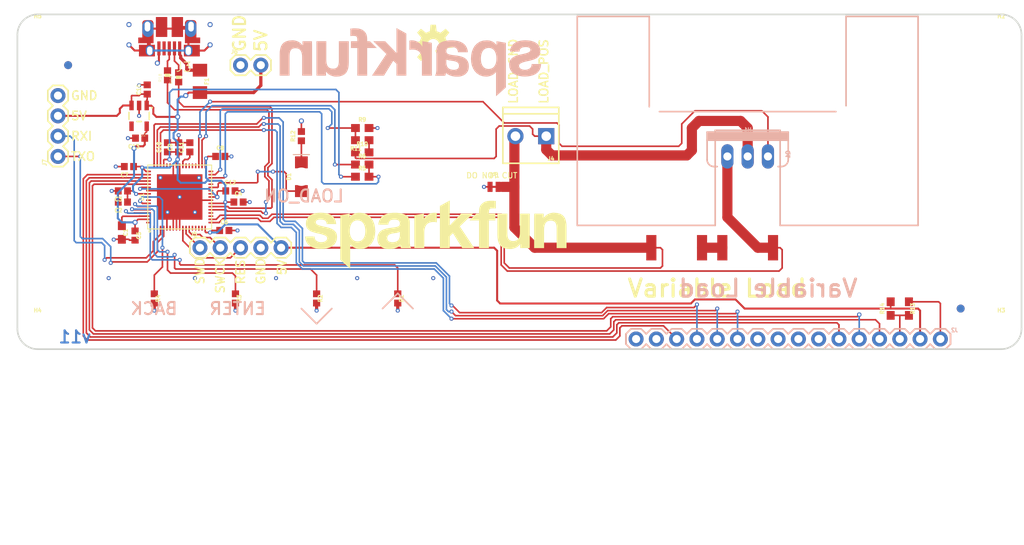
<source format=kicad_pcb>
(kicad_pcb (version 20211014) (generator pcbnew)
  (layers (0 "F.Cu" signal) (1 "In1.Cu" signal) (2 "In2.Cu" signal) (31 "B.Cu" signal) (34 "B.Paste" user) (35 "F.Paste" user) (36 "B.SilkS" user "B.Silkscreen") (37 "F.SilkS" user "F.Silkscreen") (38 "B.Mask" user) (39 "F.Mask" user) (44 "Edge.Cuts" user))
  (net 0 "")
  (net 1 "ENTER")
  (net 2 "DOWN")
  (net 3 "UP")
  (net 4 "BACK")
  (net 5 "N$5")
  (net 6 "GND")
  (net 7 "3.3V")
  (net 8 "5V")
  (net 9 "N$10")
  (net 10 "I_SET_SUM")
  (net 11 "I_SET")
  (net 12 "LCD_D4")
  (net 13 "LCD_D5")
  (net 14 "LCD_D6")
  (net 15 "LCD_D7")
  (net 16 "LCD_E")
  (net 17 "LCD_RS")
  (net 18 "LCD_RW")
  (net 19 "N$6")
  (net 20 "N$7")
  (net 21 "N$8")
  (net 22 "N$9")
  (net 23 "D-")
  (net 24 "D+")
  (net 25 "N$14")
  (net 26 "V_SENSE")
  (net 27 "N$15")
  (net 28 "N$16")
  (net 29 "I_SENSE_HIGH")
  (net 30 "N$18")
  (net 31 "SHIELD")
  (net 32 "GND-ISO")
  (net 33 "N$1")
  (net 34 "N$2")
  (net 35 "N$3")
  (net 36 "N$4")
  (net 37 "XRES")
  (net 38 "SWDCK")
  (net 39 "SWDIO")
  (net 40 "N$11")
  (net 41 "TXO")
  (net 42 "RXI")
  (net 43 "N$12")
  (net 44 "N$13")
  (net 45 "CONTRAST")
  (footprint "boardEagle:0402" (layer "F.Cu") (at 111.5441 111.0996)
    (fp_text reference "C6")
    (fp_text value "0.1uF")
  )
  (footprint "boardEagle:0402-RES" (layer "F.Cu") (at 105.8291 91.9226 90)
    (fp_text reference "R19")
    (fp_text value "22")
  )
  (footprint "boardEagle:0603" (layer "F.Cu") (at 128.8161 99.7966 180)
    (fp_text reference "R11")
    (fp_text value "787")
  )
  (footprint "boardEagle:1X04" (layer "F.Cu") (at 90.7161 101.8286 90)
    (fp_text reference "J7")
    (fp_text value "")
  )
  (footprint "boardEagle:1X05" (layer "F.Cu") (at 108.4961 113.2586)
    (fp_text reference "J5")
    (fp_text value "")
  )
  (footprint "boardEagle:2512" (layer "F.Cu") (at 177.0761 113.2586)
    (fp_text reference "R7" hide)
    (fp_text value "0.05" hide)
  )
  (footprint "boardEagle:0603" (layer "F.Cu") (at 128.8161 101.3206)
    (fp_text reference "R10")
    (fp_text value "8.2k")
  )
  (footprint "boardEagle:0603" (layer "F.Cu") (at 128.8161 98.2726)
    (fp_text reference "R9")
    (fp_text value "1k")
  )
  (footprint "boardEagle:0603" (layer "F.Cu") (at 194.9831 120.8786 90)
    (fp_text reference "R14")
    (fp_text value "4.7k")
  )
  (footprint "boardEagle:0603" (layer "F.Cu") (at 197.2691 120.8786 -90)
    (fp_text reference "R13")
    (fp_text value "1k")
  )
  (footprint "boardEagle:0402" (layer "F.Cu") (at 113.3221 107.5436)
    (fp_text reference "C4")
    (fp_text value "0.1uF")
  )
  (footprint "boardEagle:OSHW-LOGO-M" (layer "F.Cu") (at 137.7061 87.8586)
    (fp_text reference "LOGO1" hide)
    (fp_text value "OSHW-LOGOM" hide)
  )
  (footprint "boardEagle:SOT23-5" (layer "F.Cu") (at 100.8761 96.7486 180)
    (fp_text reference "U2")
    (fp_text value "3.3V")
  )
  (footprint "boardEagle:LED-1206-BOTTOM" (layer "F.Cu") (at 121.1961 104.3686 90)
    (fp_text reference "D1")
    (fp_text value "GREEN")
  )
  (footprint "boardEagle:1X02" (layer "F.Cu") (at 113.5761 90.3986)
    (fp_text reference "J6")
    (fp_text value "")
  )
  (footprint "boardEagle:0603" (layer "F.Cu") (at 128.8161 104.3686)
    (fp_text reference "R5")
    (fp_text value "47k")
  )
  (footprint "boardEagle:0402-RES" (layer "F.Cu") (at 104.4321 91.6686 90)
    (fp_text reference "R18")
    (fp_text value "22")
  )
  (footprint "boardEagle:0402" (layer "F.Cu") (at 104.4321 100.6856 90)
    (fp_text reference "C10")
    (fp_text value "1.0uF")
  )
  (footprint "boardEagle:0402" (layer "F.Cu") (at 101.8921 93.4466 90)
    (fp_text reference "C14")
    (fp_text value "1.0uF")
  )
  (footprint "boardEagle:SFE_LOGO_NAME_.3" (layer "F.Cu") (at 121.1961 115.7986)
    (fp_text reference "LOGO2" hide)
    (fp_text value "SFE_LOGO_NAME.3_INCH" hide)
  )
  (footprint "boardEagle:STAND-OFF" (layer "F.Cu") (at 208.8261 86.5886)
    (fp_text reference "H2")
    (fp_text value "STAND-OFF")
  )
  (footprint "boardEagle:0603" (layer "F.Cu") (at 98.7171 111.3536 -90)
    (fp_text reference "C1")
    (fp_text value "2.2nF")
  )
  (footprint "boardEagle:CREATIVE_COMMONS" (layer "F.Cu") (at 108.4961 150.0886)
    (fp_text reference "FRAME1" hide)
    (fp_text value "FRAME-LETTER" hide)
  )
  (footprint "boardEagle:FIDUCIAL-1X2" (layer "F.Cu") (at 91.9861 90.3986)
    (fp_text reference "FD4" hide)
    (fp_text value "FIDUCIAL1X2" hide)
  )
  (footprint "boardEagle:QFN-68" (layer "F.Cu") (at 105.9561 106.9086 90)
    (fp_text reference "U1")
    (fp_text value "CY8C5868LTI-LP039")
  )
  (footprint "boardEagle:0402" (layer "F.Cu") (at 112.9411 119.6086 -90)
    (fp_text reference "R3")
    (fp_text value "560")
  )
  (footprint "boardEagle:STAND-OFF" (layer "F.Cu") (at 88.1761 123.4186)
    (fp_text reference "H4")
    (fp_text value "STAND-OFF")
  )
  (footprint "boardEagle:0402" (layer "F.Cu") (at 100.3681 111.7346 -90)
    (fp_text reference "C5")
    (fp_text value "0.1uF")
  )
  (footprint "boardEagle:2512" (layer "F.Cu") (at 168.1861 113.2586)
    (fp_text reference "R8" hide)
    (fp_text value "0.05" hide)
  )
  (footprint "boardEagle:0402" (layer "F.Cu") (at 98.8441 106.1466 180)
    (fp_text reference "C3")
    (fp_text value "1.0uF")
  )
  (footprint "boardEagle:STAND-OFF" (layer "F.Cu") (at 88.1761 86.5886)
    (fp_text reference "H5")
    (fp_text value "STAND-OFF")
  )
  (footprint "boardEagle:SCREWTERMINAL-3.5MM-2_LOCK" (layer "F.Cu") (at 151.6761 99.2886 180)
    (fp_text reference "J4")
    (fp_text value "")
  )
  (footprint "boardEagle:0402" (layer "F.Cu") (at 105.8291 100.6856 90)
    (fp_text reference "C9")
    (fp_text value "0.1uF")
  )
  (footprint "boardEagle:SMT-JUMPER_2_NC_TRACE_NO-SILK" (layer "F.Cu") (at 145.3261 105.6386)
    (fp_text reference "JP1")
    (fp_text value "JUMPER-SMT_2_NC_TRACE_NO-SILK")
  )
  (footprint "boardEagle:0402" (layer "F.Cu") (at 111.0361 101.8286)
    (fp_text reference "C8")
    (fp_text value "0.1uF")
  )
  (footprint "boardEagle:0603" (layer "F.Cu") (at 128.8161 102.8446)
    (fp_text reference "R6")
    (fp_text value "47k")
  )
  (footprint "boardEagle:0402" (layer "F.Cu") (at 99.6061 103.0986 180)
    (fp_text reference "C7")
    (fp_text value "0.1uF")
  )
  (footprint "boardEagle:USB-MICROB-PTH" (layer "F.Cu") (at 104.6861 86.9696 180)
    (fp_text reference "J3")
    (fp_text value "AMP FCI 10103594-0001LF")
  )
  (footprint "boardEagle:0402" (layer "F.Cu") (at 123.1011 119.6086 -90)
    (fp_text reference "R2")
    (fp_text value "560")
  )
  (footprint "boardEagle:0402" (layer "F.Cu") (at 112.3061 106.1466)
    (fp_text reference "C12")
    (fp_text value "1.0uF")
  )
  (footprint "boardEagle:FIDUCIAL-1X2" (layer "F.Cu") (at 203.7461 120.8786)
    (fp_text reference "FD3" hide)
    (fp_text value "FIDUCIAL1X2" hide)
  )
  (footprint "boardEagle:1206" (layer "F.Cu") (at 108.4961 92.4306 -90)
    (fp_text reference "F1")
    (fp_text value "6V/0.5A")
  )
  (footprint "boardEagle:0402" (layer "F.Cu") (at 102.7811 119.6086 -90)
    (fp_text reference "R4")
    (fp_text value "560")
  )
  (footprint "boardEagle:0402" (layer "F.Cu") (at 98.8441 107.5436 180)
    (fp_text reference "C2")
    (fp_text value "0.1uF")
  )
  (footprint "boardEagle:0402" (layer "F.Cu") (at 121.1961 99.2886 90)
    (fp_text reference "R12")
    (fp_text value "560")
  )
  (footprint "boardEagle:0402" (layer "F.Cu") (at 107.2261 100.6856 90)
    (fp_text reference "C11")
    (fp_text value "1.0uF")
  )
  (footprint "boardEagle:0402" (layer "F.Cu") (at 133.2611 119.6086 -90)
    (fp_text reference "R1")
    (fp_text value "560")
  )
  (footprint "boardEagle:0402" (layer "F.Cu") (at 101.0031 99.5426 180)
    (fp_text reference "C13")
    (fp_text value "1.0uF")
  )
  (footprint "boardEagle:STAND-OFF" (layer "F.Cu") (at 208.8261 123.4186)
    (fp_text reference "H3")
    (fp_text value "STAND-OFF")
  )
  (footprint "boardEagle:FIDUCIAL-1X2" (layer "B.Cu") (at 91.9861 90.3986 180)
    (fp_text reference "FD2" hide)
    (fp_text value "FIDUCIAL1X2" hide)
  )
  (footprint "boardEagle:FIDUCIAL-1X2" (layer "B.Cu") (at 203.7461 120.8786 180)
    (fp_text reference "FD1" hide)
    (fp_text value "FIDUCIAL1X2" hide)
  )
  (footprint "boardEagle:SFE_LOGO_NAME_.3" (layer "B.Cu") (at 151.6761 94.2086 180)
    (fp_text reference "LOGO3" hide)
    (fp_text value "SFE_LOGO_NAME.3_INCH" hide)
  )
  (footprint "boardEagle:6400BG_HEATSINK" (layer "B.Cu") (at 177.0761 97.3836)
    (fp_text reference "H1")
    (fp_text value "6400BG_HEATSINK")
  )
  (footprint "boardEagle:TO220V" (layer "B.Cu") (at 177.0761 101.8286 180)
    (fp_text reference "Q1")
    (fp_text value "60V/32A/35mΩ")
  )
  (footprint "boardEagle:1X16" (layer "B.Cu") (at 201.2061 124.6886 180)
    (fp_text reference "J2")
    (fp_text value "")
  )
  (gr_line (start 125.0061 120.8786) (end 123.1011 122.7836) (layer "B.SilkS") (width 0.2032))
  (gr_line (start 123.1011 122.7836) (end 121.1961 120.8786) (layer "B.SilkS") (width 0.2032))
  (gr_line (start 135.1661 120.8786) (end 133.2611 118.9736) (layer "B.SilkS") (width 0.2032))
  (gr_line (start 133.2611 118.9736) (end 131.3561 120.8786) (layer "B.SilkS") (width 0.2032))
  (gr_line (start 208.8261 84.0486) (end 88.1761 84.0486) (layer "Edge.Cuts") (width 0.2032))
  (gr_arc (start 88.1761 125.9586) (mid 86.380049 125.214651) (end 85.6361 123.4186) (layer "Edge.Cuts") (width 0.2032))
  (gr_arc (start 211.3661 123.4186) (mid 210.622151 125.214651) (end 208.8261 125.9586) (layer "Edge.Cuts") (width 0.2032))
  (gr_line (start 211.3661 123.4186) (end 211.3661 86.5886) (layer "Edge.Cuts") (width 0.2032))
  (gr_arc (start 208.8261 84.0486) (mid 210.622151 84.792549) (end 211.3661 86.5886) (layer "Edge.Cuts") (width 0.2032))
  (gr_line (start 85.6361 86.5886) (end 85.6361 123.4186) (layer "Edge.Cuts") (width 0.2032))
  (gr_line (start 88.1761 125.9586) (end 208.8261 125.9586) (layer "Edge.Cuts") (width 0.2032))
  (gr_arc (start 85.6361 86.5886) (mid 86.380049 84.792549) (end 88.1761 84.0486) (layer "Edge.Cuts") (width 0.2032))
  (gr_text "v11" (at 95.0341 125.3236) (layer "B.Cu") (effects (font (size 1.5113 1.5113) (thickness 0.2667)) (justify left bottom mirror)))
  (gr_text "ENTER" (at 116.8781 121.7676) (layer "B.SilkS") (effects (font (size 1.5113 1.5113) (thickness 0.2667)) (justify left bottom mirror)))
  (gr_text "BACK" (at 105.8291 121.7676) (layer "B.SilkS") (effects (font (size 1.5113 1.5113) (thickness 0.2667)) (justify left bottom mirror)))
  (gr_text "LOAD_ON" (at 126.6571 107.6706) (layer "B.SilkS") (effects (font (size 1.5113 1.5113) (thickness 0.2667)) (justify left bottom mirror)))
  (gr_text "Variable Load" (at 191.0461 119.6086) (layer "B.SilkS") (effects (font (size 2.159 2.159) (thickness 0.381)) (justify left bottom mirror)))
  (gr_text "RES" (at 114.2111 117.9576 90) (layer "F.SilkS") (effects (font (size 1.0795 1.0795) (thickness 0.1905)) (justify left bottom)))
  (gr_text "GND" (at 114.3381 88.8746 90) (layer "F.SilkS") (effects (font (size 1.5113 1.5113) (thickness 0.2667)) (justify left bottom)))
  (gr_text "RXI" (at 92.2401 99.9236) (layer "F.SilkS") (effects (font (size 1.0795 1.0795) (thickness 0.1905)) (justify left bottom)))
  (gr_text "GND" (at 92.2401 94.8436) (layer "F.SilkS") (effects (font (size 1.0795 1.0795) (thickness 0.1905)) (justify left bottom)))
  (gr_text "Variable Load" (at 161.8361 119.6086) (layer "F.SilkS") (effects (font (size 2.159 2.159) (thickness 0.381)) (justify left bottom)))
  (gr_text "SWD" (at 109.1311 117.9576 90) (layer "F.SilkS") (effects (font (size 1.0795 1.0795) (thickness 0.1905)) (justify left bottom)))
  (gr_text "LOAD_GND" (at 148.3741 95.3516 90) (layer "F.SilkS") (effects (font (size 1.0795 1.0795) (thickness 0.1905)) (justify left bottom)))
  (gr_text "DO NOT CUT" (at 141.7701 104.6226) (layer "F.SilkS") (effects (font (size 0.69088 0.69088) (thickness 0.12192)) (justify left bottom)))
  (gr_text "SWCK" (at 111.6711 119.1006 90) (layer "F.SilkS") (effects (font (size 1.0795 1.0795) (thickness 0.1905)) (justify left bottom)))
  (gr_text "5V" (at 117.0051 88.8746 90) (layer "F.SilkS") (effects (font (size 1.5113 1.5113) (thickness 0.2667)) (justify left bottom)))
  (gr_text "LOAD_POS" (at 152.1841 95.3516 90) (layer "F.SilkS") (effects (font (size 1.0795 1.0795) (thickness 0.1905)) (justify left bottom)))
  (gr_text "5V" (at 119.4181 116.8146 90) (layer "F.SilkS") (effects (font (size 1.0795 1.0795) (thickness 0.1905)) (justify left bottom)))
  (gr_text "GND" (at 116.7511 117.9576 90) (layer "F.SilkS") (effects (font (size 1.0795 1.0795) (thickness 0.1905)) (justify left bottom)))
  (gr_text "TXO" (at 92.2401 102.4636) (layer "F.SilkS") (effects (font (size 1.0795 1.0795) (thickness 0.1905)) (justify left bottom)))
  (gr_text "5V" (at 92.2401 97.3836) (layer "F.SilkS") (effects (font (size 1.0795 1.0795) (thickness 0.1905)) (justify left bottom)))
  (segment (start 112.9411 120.1886) (end 112.9411 121.1326) (width 0.4064) (layer "F.Cu") (net 1))
  (via (at 112.9411 121.1326) (size 0.508) (drill 0.254) (layers "F.Cu" "B.Cu") (net 1))
  (segment (start 123.1011 120.1886) (end 123.1011 121.1326) (width 0.4064) (layer "F.Cu") (net 2))
  (via (at 123.1011 121.1326) (size 0.508) (drill 0.254) (layers "F.Cu" "B.Cu") (net 2))
  (segment (start 133.2611 120.1886) (end 133.2611 121.1326) (width 0.4064) (layer "F.Cu") (net 3))
  (via (at 133.2611 121.1326) (size 0.508) (drill 0.254) (layers "F.Cu" "B.Cu") (net 3))
  (segment (start 102.7811 120.1886) (end 102.7811 121.1326) (width 0.4064) (layer "F.Cu") (net 4))
  (via (at 102.7811 121.1326) (size 0.508) (drill 0.254) (layers "F.Cu" "B.Cu") (net 4))
  (segment (start 102.0561 109.3086) (end 100.8891 109.3086) (width 0.2032) (layer "F.Cu") (net 5))
  (segment (start 98.8441 109.3216) (end 100.8761 109.3216) (width 0.2032) (layer "F.Cu") (net 5))
  (segment (start 100.8891 109.3086) (end 100.8761 109.3216) (width 0.2032) (layer "F.Cu") (net 5))
  (segment (start 100.8761 109.3216) (end 101.0031 109.3216) (width 0.2032) (layer "F.Cu") (net 5))
  (segment (start 98.7171 109.4486) (end 98.8441 109.3216) (width 0.2032) (layer "F.Cu") (net 5))
  (segment (start 98.7171 110.5036) (end 98.7171 109.4486) (width 0.2032) (layer "F.Cu") (net 5))
  (segment (start 105.1561 106.1086) (end 105.9561 106.9086) (width 0.2032) (layer "F.Cu") (net 6))
  (segment (start 105.9561 110.8086) (end 105.9561 106.9086) (width 0.2032) (layer "F.Cu") (net 6))
  (segment (start 200.9911 120.0286) (end 201.2061 120.2436) (width 0.2032) (layer "F.Cu") (net 6))
  (segment (start 97.7401 112.2036) (end 97.7011 112.2426) (width 0.2032) (layer "F.Cu") (net 6))
  (segment (start 99.6781 112.3146) (end 99.5671 112.2036) (width 0.2032) (layer "F.Cu") (net 6))
  (segment (start 121.1961 98.7086) (end 121.1961 97.3836) (width 0.2032) (layer "F.Cu") (net 6))
  (segment (start 105.1561 110.8086) (end 105.1561 107.7086) (width 0.2032) (layer "F.Cu") (net 6))
  (segment (start 106.3561 107.3086) (end 105.9561 106.9086) (width 0.2032) (layer "F.Cu") (net 6))
  (segment (start 129.6661 98.2726) (end 130.7211 98.2726) (width 0.2032) (layer "F.Cu") (net 6))
  (segment (start 105.1561 103.0086) (end 105.1561 106.1086) (width 0.2032) (layer "F.Cu") (net 6))
  (segment (start 103.354681 88.300519) (end 103.354681 89.952019) (width 0.254) (layer "F.Cu") (net 6))
  (segment (start 105.9561 103.0086) (end 105.9561 106.9086) (width 0.2032) (layer "F.Cu") (net 6))
  (segment (start 105.8291 100.1056) (end 107.2261 100.1056) (width 0.2032) (layer "F.Cu") (net 6))
  (segment (start 100.4231 99.5426) (end 99.4791 99.5426) (width 0.2032) (layer "F.Cu") (net 6))
  (segment (start 100.9481 92.8666) (end 100.8761 92.9386) (width 0.2032) (layer "F.Cu") (net 6))
  (segment (start 112.1241 111.0996) (end 113.1951 111.0996) (width 0.2032) (layer "F.Cu") (net 6))
  (segment (start 100.3681 112.3146) (end 99.6781 112.3146) (width 0.2032) (layer "F.Cu") (net 6))
  (segment (start 111.6161 101.8286) (end 112.4331 101.8286) (width 0.2032) (layer "F.Cu") (net 6))
  (segment (start 98.2641 106.1466) (end 98.2641 107.5436) (width 0.2032) (layer "F.Cu") (net 6))
  (segment (start 112.8861 106.1466) (end 113.8301 106.1466) (width 0.2032) (layer "F.Cu") (net 6))
  (segment (start 104.3561 108.5086) (end 105.9561 106.9086) (width 0.2032) (layer "F.Cu") (net 6))
  (segment (start 113.9021 107.5436) (end 114.7191 107.5436) (width 0.2032) (layer "F.Cu") (net 6))
  (segment (start 104.3561 110.8086) (end 104.3561 108.5086) (width 0.2032) (layer "F.Cu") (net 6))
  (segment (start 201.2061 120.2436) (end 201.2061 124.6886) (width 0.2032) (layer "F.Cu") (net 6))
  (segment (start 102.0561 106.1086) (end 105.1561 106.1086) (width 0.2032) (layer "F.Cu") (net 6))
  (segment (start 105.1561 107.7086) (end 105.9561 106.9086) (width 0.2032) (layer "F.Cu") (net 6))
  (segment (start 101.8921 92.8666) (end 100.9481 92.8666) (width 0.2032) (layer "F.Cu") (net 6))
  (segment (start 98.7171 112.2036) (end 99.5671 112.2036) (width 0.2032) (layer "F.Cu") (net 6))
  (segment (start 105.8291 100.1056) (end 105.8291 99.1616) (width 0.2032) (layer "F.Cu") (net 6))
  (segment (start 99.0261 103.0986) (end 97.9551 103.0986) (width 0.2032) (layer "F.Cu") (net 6))
  (segment (start 105.5561 110.8086) (end 105.5561 107.3086) (width 0.2032) (layer "F.Cu") (net 6))
  (segment (start 108.3691 104.4956) (end 105.9561 106.9086) (width 0.2032) (layer "F.Cu") (net 6))
  (segment (start 98.2641 106.1466) (end 97.4471 106.1466) (width 0.2032) (layer "F.Cu") (net 6))
  (segment (start 197.2691 120.0286) (end 200.9911 120.0286) (width 0.2032) (layer "F.Cu") (net 6))
  (segment (start 105.5561 107.3086) (end 105.9561 106.9086) (width 0.2032) (layer "F.Cu") (net 6))
  (segment (start 103.354681 89.952019) (end 103.1621 90.1446) (width 0.254) (layer "F.Cu") (net 6))
  (segment (start 100.8761 95.4485) (end 100.8761 96.7486) (width 0.2032) (layer "F.Cu") (net 6))
  (segment (start 109.8561 107.3086) (end 106.3561 107.3086) (width 0.2032) (layer "F.Cu") (net 6))
  (segment (start 144.8181 105.6386) (end 144.0561 105.6386) (width 0.2032) (layer "F.Cu") (net 6))
  (segment (start 98.7171 112.2036) (end 97.7401 112.2036) (width 0.2032) (layer "F.Cu") (net 6))
  (segment (start 104.4321 100.1056) (end 105.8291 100.1056) (width 0.2032) (layer "F.Cu") (net 6))
  (via (at 113.1951 111.0996) (size 0.508) (drill 0.254) (layers "F.Cu" "B.Cu") (net 6))
  (via (at 97.4471 106.1466) (size 0.508) (drill 0.254) (layers "F.Cu" "B.Cu") (net 6))
  (via (at 105.9561 106.9086) (size 0.508) (drill 0.254) (layers "F.Cu" "B.Cu") (net 6))
  (via (at 114.7191 107.5436) (size 0.508) (drill 0.254) (layers "F.Cu" "B.Cu") (net 6))
  (via (at 99.4791 99.5426) (size 0.508) (drill 0.254) (layers "F.Cu" "B.Cu") (net 6))
  (via (at 108.3691 104.4956) (size 0.508) (drill 0.254) (layers "F.Cu" "B.Cu") (net 6))
  (via (at 103.5431 104.4956) (size 0.508) (drill 0.254) (layers "F.Cu" "B.Cu") (net 6))
  (via (at 121.1961 97.3836) (size 0.635) (drill 0.381) (layers "F.Cu" "B.Cu") (net 6))
  (via (at 144.0561 105.6386) (size 0.508) (drill 0.254) (layers "F.Cu" "B.Cu") (net 6))
  (via (at 107.8611 117.0686) (size 0.508) (drill 0.254) (layers "F.Cu" "B.Cu") (net 6))
  (via (at 113.8301 106.1466) (size 0.508) (drill 0.254) (layers "F.Cu" "B.Cu") (net 6))
  (via (at 105.8291 99.1616) (size 0.508) (drill 0.254) (layers "F.Cu" "B.Cu") (net 6))
  (via (at 97.0661 117.0686) (size 0.508) (drill 0.254) (layers "F.Cu" "B.Cu") (net 6))
  (via (at 104.4321 108.8136) (size 0.508) (drill 0.254) (layers "F.Cu" "B.Cu") (net 6))
  (via (at 118.0211 117.0686) (size 0.508) (drill 0.254) (layers "F.Cu" "B.Cu") (net 6))
  (via (at 97.7011 112.2426) (size 0.508) (drill 0.254) (layers "F.Cu" "B.Cu") (net 6))
  (via (at 112.4331 101.8286) (size 0.508) (drill 0.254) (layers "F.Cu" "B.Cu") (net 6))
  (via (at 103.1621 90.1446) (size 0.635) (drill 0.381) (layers "F.Cu" "B.Cu") (net 6))
  (via (at 97.9551 103.0986) (size 0.508) (drill 0.254) (layers "F.Cu" "B.Cu") (net 6))
  (via (at 100.8761 96.7486) (size 0.508) (drill 0.254) (layers "F.Cu" "B.Cu") (net 6))
  (via (at 128.1811 117.0686) (size 0.508) (drill 0.254) (layers "F.Cu" "B.Cu") (net 6))
  (via (at 107.8611 108.8136) (size 0.508) (drill 0.254) (layers "F.Cu" "B.Cu") (net 6))
  (via (at 130.7211 98.2726) (size 0.508) (drill 0.254) (layers "F.Cu" "B.Cu") (net 6))
  (via (at 100.8761 92.9386) (size 0.508) (drill 0.254) (layers "F.Cu" "B.Cu") (net 6))
  (via (at 137.7061 117.0686) (size 0.508) (drill 0.254) (layers "F.Cu" "B.Cu") (net 6))
  (segment (start 100.4951 100.5586) (end 100.2411 100.8126) (width 0.254) (layer "F.Cu") (net 7))
  (segment (start 101.8261 98.0487) (end 101.8261 98.7196) (width 0.2032) (layer "F.Cu") (net 7))
  (segment (start 102.0501 109.7026) (end 102.0561 109.7086) (width 0.2032) (layer "F.Cu") (net 7))
  (segment (start 100.7491 109.7026) (end 100.3681 110.0836) (width 0.2032) (layer "F.Cu") (net 7))
  (segment (start 101.3841 100.5586) (end 100.4951 100.5586) (width 0.254) (layer "F.Cu") (net 7))
  (segment (start 101.5831 100.3596) (end 101.3841 100.5586) (width 0.254) (layer "F.Cu") (net 7))
  (segment (start 100.7491 109.7026) (end 102.0501 109.7026) (width 0.2032) (layer "F.Cu") (net 7))
  (segment (start 100.3681 111.1546) (end 100.3681 110.0836) (width 0.2032) (layer "F.Cu") (net 7))
  (segment (start 101.5831 99.5426) (end 101.5831 98.9626) (width 0.2032) (layer "F.Cu") (net 7))
  (segment (start 101.5831 99.5426) (end 101.5831 100.3596) (width 0.254) (layer "F.Cu") (net 7))
  (segment (start 101.8261 98.7196) (end 101.5831 98.9626) (width 0.2032) (layer "F.Cu") (net 7))
  (via (at 100.2411 100.8126) (size 0.635) (drill 0.381) (layers "F.Cu" "B.Cu") (net 7))
  (via (at 100.3681 110.0836) (size 0.635) (drill 0.381) (layers "F.Cu" "B.Cu") (net 7))
  (segment (start 100.2411 104.3686) (end 98.2091 106.4006) (width 0.254) (layer "B.Cu") (net 7))
  (segment (start 98.2091 109.5756) (end 98.7171 110.0836) (width 0.254) (layer "B.Cu") (net 7))
  (segment (start 100.2411 100.8126) (end 100.2411 104.3686) (width 0.254) (layer "B.Cu") (net 7))
  (segment (start 98.7171 110.0836) (end 100.3681 110.0836) (width 0.254) (layer "B.Cu") (net 7))
  (segment (start 98.2091 106.4006) (end 98.2091 109.5756) (width 0.254) (layer "B.Cu") (net 7))
  (segment (start 198.6661 121.1326) (end 198.6661 124.6886) (width 0.254) (layer "F.Cu") (net 8))
  (segment (start 109.7661 111.3536) (end 110.0201 111.0996) (width 0.2032) (layer "F.Cu") (net 8))
  (segment (start 101.8921 94.0266) (end 101.0581 94.0266) (width 0.2032) (layer "F.Cu") (net 8))
  (segment (start 100.1141 106.1466) (end 99.4241 106.1466) (width 0.2032) (layer "F.Cu") (net 8))
  (segment (start 115.2241 93.8306) (end 116.1161 92.9386) (width 0.4064) (layer "F.Cu") (net 8))
  (segment (start 101.1301 103.0986) (end 101.2571 103.2256) (width 0.2032) (layer "F.Cu") (net 8))
  (segment (start 194.9831 120.8786) (end 198.4121 120.8786) (width 0.254) (layer "F.Cu") (net 8))
  (segment (start 105.5561 103.0086) (end 105.5561 102.3556) (width 0.2032) (layer "F.Cu") (net 8))
  (segment (start 98.4631 96.3676) (end 98.4631 95.8596) (width 0.254) (layer "F.Cu") (net 8))
  (segment (start 101.8261 94.7826) (end 101.8921 94.7166) (width 0.2032) (layer "F.Cu") (net 8))
  (segment (start 146.0881 120.2436) (end 169.9641 120.2436) (width 0.254) (layer "F.Cu") (net 8))
  (segment (start 175.5521 119.7356) (end 176.6951 120.8786) (width 0.254) (layer "F.Cu") (net 8))
  (segment (start 99.9261 95.4485) (end 98.8742 95.4485) (width 0.254) (layer "F.Cu") (net 8))
  (segment (start 102.4001 95.4786) (end 101.8562 95.4786) (width 0.254) (layer "F.Cu") (net 8))
  (segment (start 101.7401 103.7086) (end 101.2571 103.2256) (width 0.2032) (layer "F.Cu") (net 8))
  (segment (start 101.8562 95.4786) (end 101.8261 95.4485) (width 0.254) (layer "F.Cu") (net 8))
  (segment (start 145.7071 119.8626) (end 146.0881 120.2436) (width 0.254) (layer "F.Cu") (net 8))
  (segment (start 145.7071 113.6396) (end 145.7071 119.8626) (width 0.254) (layer "F.Cu") (net 8))
  (segment (start 105.8291 102.0826) (end 105.7021 102.2096) (width 0.2032) (layer "F.Cu") (net 8))
  (segment (start 99.9261 95.4485) (end 99.9261 94.2696) (width 0.2032) (layer "F.Cu") (net 8))
  (segment (start 118.6561 113.2586) (end 145.3261 113.2586) (width 0.254) (layer "F.Cu") (net 8))
  (segment (start 194.9831 120.0286) (end 194.9831 120.8786) (width 0.2032) (layer "F.Cu") (net 8))
  (segment (start 101.8921 94.7166) (end 101.8921 94.0266) (width 0.2032) (layer "F.Cu") (net 8))
  (segment (start 110.0201 111.0996) (end 110.9641 111.0996) (width 0.2032) (layer "F.Cu") (net 8))
  (segment (start 102.6541 96.4946) (end 102.6541 95.7326) (width 0.254) (layer "F.Cu") (net 8))
  (segment (start 109.5121 101.8286) (end 109.2581 102.0826) (width 0.2032) (layer "F.Cu") (net 8))
  (segment (start 109.1561 103.0086) (end 109.1561 102.1846) (width 0.2032) (layer "F.Cu") (net 8))
  (segment (start 108.4961 93.8306) (end 107.0961 93.8306) (width 0.254) (layer "F.Cu") (net 8))
  (segment (start 198.4121 120.8786) (end 198.6661 121.1326) (width 0.254) (layer "F.Cu") (net 8))
  (segment (start 111.5061 107.7086) (end 111.6711 107.5436) (width 0.2032) (layer "F.Cu") (net 8))
  (segment (start 109.2581 111.3536) (end 109.7661 111.3536) (width 0.2032) (layer "F.Cu") (net 8))
  (segment (start 102.6541 95.7326) (end 102.4001 95.4786) (width 0.254) (layer "F.Cu") (net 8))
  (segment (start 104.4321 101.2656) (end 105.8291 101.2656) (width 0.2032) (layer "F.Cu") (net 8))
  (segment (start 107.0961 93.8306) (end 106.7181 94.2086) (width 0.254) (layer "F.Cu") (net 8))
  (segment (start 100.1861 103.0986) (end 101.1301 103.0986) (width 0.2032) (layer "F.Cu") (net 8))
  (segment (start 101.0581 94.0266) (end 100.8761 94.2086) (width 0.2032) (layer "F.Cu") (net 8))
  (segment (start 170.4721 119.7356) (end 175.5521 119.7356) (width 0.254) (layer "F.Cu") (net 8))
  (segment (start 100.4761 106.5086) (end 100.1141 106.1466) (width 0.2032) (layer "F.Cu") (net 8))
  (segment (start 109.8561 107.7086) (end 111.5061 107.7086) (width 0.2032) (layer "F.Cu") (net 8))
  (segment (start 100.4761 106.5086) (end 100.4951 106.5276) (width 0.2032) (layer "F.Cu") (net 8))
  (segment (start 145.3261 113.2586) (end 145.7071 113.6396) (width 0.254) (layer "F.Cu") (net 8))
  (segment (start 110.4561 101.8286) (end 109.5121 101.8286) (width 0.2032) (layer "F.Cu") (net 8))
  (segment (start 176.6951 120.8786) (end 194.9831 120.8786) (width 0.254) (layer "F.Cu") (net 8))
  (segment (start 108.4961 93.8306) (end 115.2241 93.8306) (width 0.4064) (layer "F.Cu") (net 8))
  (segment (start 105.7021 96.8756) (end 103.0351 96.8756) (width 0.254) (layer "F.Cu") (net 8))
  (segment (start 109.1561 102.1846) (end 109.2581 102.0826) (width 0.2032) (layer "F.Cu") (net 8))
  (segment (start 90.7161 96.7486) (end 98.0821 96.7486) (width 0.254) (layer "F.Cu") (net 8))
  (segment (start 99.4241 107.5436) (end 99.4241 106.1466) (width 0.2032) (layer "F.Cu") (net 8))
  (segment (start 109.1561 110.8086) (end 109.1561 111.2516) (width 0.2032) (layer "F.Cu") (net 8))
  (segment (start 105.5561 102.3556) (end 105.7021 102.2096) (width 0.2032) (layer "F.Cu") (net 8))
  (segment (start 99.9261 94.2696) (end 99.9871 94.2086) (width 0.2032) (layer "F.Cu") (net 8))
  (segment (start 101.8261 95.4485) (end 101.8261 94.7826) (width 0.2032) (layer "F.Cu") (net 8))
  (segment (start 98.0821 96.7486) (end 98.4631 96.3676) (width 0.254) (layer "F.Cu") (net 8))
  (segment (start 116.1161 92.9386) (end 116.1161 90.3986) (width 0.4064) (layer "F.Cu") (net 8))
  (segment (start 102.0561 103.7086) (end 101.7401 103.7086) (width 0.2032) (layer "F.Cu") (net 8))
  (segment (start 105.8291 101.2656) (end 105.8291 102.0826) (width 0.2032) (layer "F.Cu") (net 8))
  (segment (start 98.4631 95.8596) (end 98.8742 95.4485) (width 0.254) (layer "F.Cu") (net 8))
  (segment (start 111.6711 107.5436) (end 112.7421 107.5436) (width 0.2032) (layer "F.Cu") (net 8))
  (segment (start 109.1561 111.2516) (end 109.2581 111.3536) (width 0.2032) (layer "F.Cu") (net 8))
  (segment (start 102.0561 106.5086) (end 100.4761 106.5086) (width 0.2032) (layer "F.Cu") (net 8))
  (segment (start 99.9871 94.2086) (end 100.8761 94.2086) (width 0.2032) (layer "F.Cu") (net 8))
  (segment (start 103.0351 96.8756) (end 102.6541 96.4946) (width 0.254) (layer "F.Cu") (net 8))
  (segment (start 169.9641 120.2436) (end 170.4721 119.7356) (width 0.254) (layer "F.Cu") (net 8))
  (via (at 109.7661 111.3536) (size 0.508) (drill 0.254) (layers "F.Cu" "B.Cu") (net 8))
  (via (at 106.7181 94.2086) (size 0.635) (drill 0.381) (layers "F.Cu" "B.Cu") (net 8))
  (via (at 100.4951 106.5276) (size 0.508) (drill 0.254) (layers "F.Cu" "B.Cu") (net 8))
  (via (at 105.7021 102.2096) (size 0.5588) (drill 0.3048) (layers "F.Cu" "B.Cu") (net 8))
  (via (at 105.7021 96.8756) (size 0.635) (drill 0.381) (layers "F.Cu" "B.Cu") (net 8))
  (via (at 109.2581 102.0826) (size 0.508) (drill 0.254) (layers "F.Cu" "B.Cu") (net 8))
  (via (at 111.6711 107.5436) (size 0.508) (drill 0.254) (layers "F.Cu" "B.Cu") (net 8))
  (via (at 101.2571 103.2256) (size 0.508) (drill 0.254) (layers "F.Cu" "B.Cu") (net 8))
  (segment (start 104.6861 103.2256) (end 105.7021 102.2096) (width 0.254) (layer "B.Cu") (net 8))
  (segment (start 105.1941 98.9076) (end 105.7021 98.3996) (width 0.254) (layer "B.Cu") (net 8))
  (segment (start 109.2581 104.4956) (end 109.5121 104.7496) (width 0.254) (layer "B.Cu") (net 8))
  (segment (start 100.1141 106.1466) (end 100.4951 106.5276) (width 0.254) (layer "B.Cu") (net 8))
  (segment (start 111.1631 104.8766) (end 111.6711 105.3846) (width 0.254) (layer "B.Cu") (net 8))
  (segment (start 105.7021 102.2096) (end 105.7021 100.0506) (width 0.254) (layer "B.Cu") (net 8))
  (segment (start 101.2571 104.3686) (end 100.1141 105.5116) (width 0.254) (layer "B.Cu") (net 8))
  (segment (start 105.7021 104.7496) (end 106.0831 105.1306) (width 0.254) (layer "B.Cu") (net 8))
  (segment (start 106.5911 94.3356) (end 106.7181 94.2086) (width 0.254) (layer "B.Cu") (net 8))
  (segment (start 105.7021 102.2096) (end 105.7021 104.7496) (width 0.254) (layer "B.Cu") (net 8))
  (segment (start 111.6711 110.3376) (end 115.7351 110.3376) (width 0.254) (layer "B.Cu") (net 8))
  (segment (start 109.7661 111.3536) (end 110.6551 111.3536) (width 0.254) (layer "B.Cu") (net 8))
  (segment (start 109.2581 102.0826) (end 109.2581 104.4956) (width 0.254) (layer "B.Cu") (net 8))
  (segment (start 105.7021 98.3996) (end 105.7021 96.8756) (width 0.254) (layer "B.Cu") (net 8))
  (segment (start 111.6711 110.3376) (end 111.6711 107.5436) (width 0.254) (layer "B.Cu") (net 8))
  (segment (start 106.0831 105.1306) (end 109.1311 105.1306) (width 0.254) (layer "B.Cu") (net 8))
  (segment (start 100.1141 105.5116) (end 100.1141 106.1466) (width 0.254) (layer "B.Cu") (net 8))
  (segment (start 109.5121 104.7496) (end 109.6391 104.8766) (width 0.254) (layer "B.Cu") (net 8))
  (segment (start 101.2571 103.2256) (end 104.6861 103.2256) (width 0.254) (layer "B.Cu") (net 8))
  (segment (start 105.8291 102.0826) (end 105.7021 102.2096) (width 0.254) (layer "B.Cu") (net 8))
  (segment (start 106.0831 94.3356) (end 106.5911 94.3356) (width 0.254) (layer "B.Cu") (net 8))
  (segment (start 105.7021 96.8756) (end 105.7021 94.7166) (width 0.254) (layer "B.Cu") (net 8))
  (segment (start 105.1941 99.5426) (end 105.1941 98.9076) (width 0.254) (layer "B.Cu") (net 8))
  (segment (start 105.7021 100.0506) (end 105.1941 99.5426) (width 0.254) (layer "B.Cu") (net 8))
  (segment (start 109.6391 104.8766) (end 111.1631 104.8766) (width 0.254) (layer "B.Cu") (net 8))
  (segment (start 110.6551 111.3536) (end 111.6711 110.3376) (width 0.254) (layer "B.Cu") (net 8))
  (segment (start 101.2571 103.2256) (end 101.2571 104.3686) (width 0.254) (layer "B.Cu") (net 8))
  (segment (start 109.1311 105.1306) (end 109.5121 104.7496) (width 0.254) (layer "B.Cu") (net 8))
  (segment (start 115.7351 110.3376) (end 118.6561 113.2586) (width 0.254) (layer "B.Cu") (net 8))
  (segment (start 105.7021 94.7166) (end 106.0831 94.3356) (width 0.254) (layer "B.Cu") (net 8))
  (segment (start 111.6711 105.3846) (end 111.6711 107.5436) (width 0.254) (layer "B.Cu") (net 8))
  (segment (start 103.9561 103.0086) (end 103.9561 102.3046) (width 0.2032) (layer "F.Cu") (net 9))
  (segment (start 103.9561 102.3046) (end 104.0511 102.2096) (width 0.2032) (layer "F.Cu") (net 9))
  (segment (start 104.0511 102.2096) (end 104.6861 102.2096) (width 0.2032) (layer "F.Cu") (net 9))
  (segment (start 126.1491 104.3686) (end 127.9661 104.3686) (width 0.2032) (layer "F.Cu") (net 9))
  (via (at 104.6861 102.2096) (size 0.5588) (drill 0.3048) (layers "F.Cu" "B.Cu") (net 9))
  (via (at 126.1491 104.3686) (size 0.508) (drill 0.254) (layers "F.Cu" "B.Cu") (net 9))
  (segment (start 104.6861 93.8276) (end 105.0671 93.4466) (width 0.2032) (layer "B.Cu") (net 9))
  (segment (start 105.0671 93.4466) (end 125.5141 93.4466) (width 0.2032) (layer "B.Cu") (net 9))
  (segment (start 125.5141 93.4466) (end 125.8951 93.8276) (width 0.2032) (layer "B.Cu") (net 9))
  (segment (start 104.6861 102.2096) (end 104.6861 93.8276) (width 0.2032) (layer "B.Cu") (net 9))
  (segment (start 125.8951 104.1146) (end 126.1491 104.3686) (width 0.2032) (layer "B.Cu") (net 9))
  (segment (start 125.8951 93.8276) (end 125.8951 104.1146) (width 0.2032) (layer "B.Cu") (net 9))
  (segment (start 130.8481 104.3686) (end 129.6661 104.3686) (width 0.2032) (layer "F.Cu") (net 10))
  (segment (start 111.5311 104.5086) (end 111.6711 104.3686) (width 0.2032) (layer "F.Cu") (net 10))
  (segment (start 111.6711 104.3686) (end 111.6711 104.2416) (width 0.2032) (layer "F.Cu") (net 10))
  (segment (start 129.6661 102.8446) (end 129.6661 104.3686) (width 0.2032) (layer "F.Cu") (net 10))
  (segment (start 109.8561 104.5086) (end 111.5311 104.5086) (width 0.2032) (layer "F.Cu") (net 10))
  (via (at 111.6711 104.2416) (size 0.508) (drill 0.254) (layers "F.Cu" "B.Cu") (net 10))
  (via (at 130.8481 104.3686) (size 0.508) (drill 0.254) (layers "F.Cu" "B.Cu") (net 10))
  (segment (start 123.4821 96.2406) (end 123.7361 96.4946) (width 0.2032) (layer "B.Cu") (net 10))
  (segment (start 130.8481 105.0036) (end 130.8481 104.3686) (width 0.2032) (layer "B.Cu") (net 10))
  (segment (start 130.5941 105.2576) (end 130.8481 105.0036) (width 0.2032) (layer "B.Cu") (net 10))
  (segment (start 123.7361 96.4946) (end 123.7361 105.0036) (width 0.2032) (layer "B.Cu") (net 10))
  (segment (start 111.9251 96.2406) (end 123.4821 96.2406) (width 0.2032) (layer "B.Cu") (net 10))
  (segment (start 111.6711 104.2416) (end 111.6711 96.4946) (width 0.2032) (layer "B.Cu") (net 10))
  (segment (start 111.6711 96.4946) (end 111.9251 96.2406) (width 0.2032) (layer "B.Cu") (net 10))
  (segment (start 123.7361 105.0036) (end 123.9901 105.2576) (width 0.2032) (layer "B.Cu") (net 10))
  (segment (start 123.9901 105.2576) (end 130.5941 105.2576) (width 0.2032) (layer "B.Cu") (net 10))
  (segment (start 143.9291 94.9706) (end 146.5961 97.6376) (width 0.2032) (layer "F.Cu") (net 11))
  (segment (start 108.3561 103.0086) (end 108.3561 99.4286) (width 0.2032) (layer "F.Cu") (net 11))
  (segment (start 168.8211 97.7646) (end 168.8211 100.1776) (width 0.2032) (layer "F.Cu") (net 11))
  (segment (start 153.2001 97.6376) (end 146.5961 97.6376) (width 0.2032) (layer "F.Cu") (net 11))
  (segment (start 109.7661 94.9706) (end 143.9291 94.9706) (width 0.2032) (layer "F.Cu") (net 11))
  (segment (start 153.4541 97.8916) (end 153.2001 97.6376) (width 0.2032) (layer "F.Cu") (net 11))
  (segment (start 178.8541 96.1136) (end 170.4721 96.1136) (width 0.2032) (layer "F.Cu") (net 11))
  (segment (start 108.3561 99.4286) (end 108.4961 99.2886) (width 0.2032) (layer "F.Cu") (net 11))
  (segment (start 153.4541 100.1776) (end 153.4541 97.8916) (width 0.2032) (layer "F.Cu") (net 11))
  (segment (start 168.4401 100.5586) (end 153.8351 100.5586) (width 0.2032) (layer "F.Cu") (net 11))
  (segment (start 170.4721 96.1136) (end 168.8211 97.7646) (width 0.2032) (layer "F.Cu") (net 11))
  (segment (start 153.8351 100.5586) (end 153.4541 100.1776) (width 0.2032) (layer "F.Cu") (net 11))
  (segment (start 179.6161 101.8286) (end 179.6161 96.8756) (width 0.2032) (layer "F.Cu") (net 11))
  (segment (start 168.8211 100.1776) (end 168.4401 100.5586) (width 0.2032) (layer "F.Cu") (net 11))
  (segment (start 179.6161 96.8756) (end 178.8541 96.1136) (width 0.2032) (layer "F.Cu") (net 11))
  (via (at 109.7661 94.9706) (size 0.508) (drill 0.254) (layers "F.Cu" "B.Cu") (net 11))
  (via (at 108.4961 99.2886) (size 0.508) (drill 0.254) (layers "F.Cu" "B.Cu") (net 11))
  (segment (start 108.4961 99.2886) (end 108.4961 96.2406) (width 0.2032) (layer "B.Cu") (net 11))
  (segment (start 108.4961 96.2406) (end 109.7661 94.9706) (width 0.2032) (layer "B.Cu") (net 11))
  (segment (start 103.9241 98.5266) (end 116.4971 98.5266) (width 0.2032) (layer "F.Cu") (net 12))
  (segment (start 103.5561 98.8946) (end 103.9241 98.5266) (width 0.2032) (layer "F.Cu") (net 12))
  (segment (start 139.9921 122.1486) (end 159.0421 122.1486) (width 0.2032) (layer "F.Cu") (net 12))
  (segment (start 103.5561 103.0086) (end 103.5561 98.8946) (width 0.2032) (layer "F.Cu") (net 12))
  (segment (start 175.5521 121.5136) (end 175.8061 121.2596) (width 0.2032) (layer "F.Cu") (net 12))
  (segment (start 159.0421 122.1486) (end 159.6771 121.5136) (width 0.2032) (layer "F.Cu") (net 12))
  (segment (start 159.6771 121.5136) (end 175.5521 121.5136) (width 0.2032) (layer "F.Cu") (net 12))
  (via (at 175.8061 121.2596) (size 0.508) (drill 0.254) (layers "F.Cu" "B.Cu") (net 12))
  (via (at 116.4971 98.5266) (size 0.508) (drill 0.254) (layers "F.Cu" "B.Cu") (net 12))
  (via (at 139.9921 122.1486) (size 0.508) (drill 0.254) (layers "F.Cu" "B.Cu") (net 12))
  (segment (start 119.9261 110.7186) (end 120.5611 111.3536) (width 0.2032) (layer "B.Cu") (net 12))
  (segment (start 175.8061 121.2596) (end 175.8061 124.6886) (width 0.2032) (layer "B.Cu") (net 12))
  (segment (start 118.6561 110.7186) (end 119.9261 110.7186) (width 0.2032) (layer "B.Cu") (net 12))
  (segment (start 118.1481 98.7806) (end 118.1481 110.2106) (width 0.2032) (layer "B.Cu") (net 12))
  (segment (start 138.9761 121.1326) (end 139.9921 122.1486) (width 0.2032) (layer "B.Cu") (net 12))
  (segment (start 116.4971 98.5266) (end 117.8941 98.5266) (width 0.2032) (layer "B.Cu") (net 12))
  (segment (start 120.5611 115.1636) (end 121.3231 115.9256) (width 0.2032) (layer "B.Cu") (net 12))
  (segment (start 118.1481 110.2106) (end 118.6561 110.7186) (width 0.2032) (layer "B.Cu") (net 12))
  (segment (start 138.9761 117.0686) (end 138.9761 121.1326) (width 0.2032) (layer "B.Cu") (net 12))
  (segment (start 137.8331 115.9256) (end 138.9761 117.0686) (width 0.2032) (layer "B.Cu") (net 12))
  (segment (start 120.5611 111.3536) (end 120.5611 115.1636) (width 0.2032) (layer "B.Cu") (net 12))
  (segment (start 121.3231 115.9256) (end 137.8331 115.9256) (width 0.2032) (layer "B.Cu") (net 12))
  (segment (start 117.8941 98.5266) (end 118.1481 98.7806) (width 0.2032) (layer "B.Cu") (net 12))
  (segment (start 103.1561 103.0086) (end 103.1561 98.5326) (width 0.2032) (layer "F.Cu") (net 13))
  (segment (start 115.8621 98.1456) (end 116.2431 97.7646) (width 0.2032) (layer "F.Cu") (net 13))
  (segment (start 139.9921 121.2596) (end 140.5001 121.7676) (width 0.2032) (layer "F.Cu") (net 13))
  (segment (start 103.5431 98.1456) (end 115.8621 98.1456) (width 0.2032) (layer "F.Cu") (net 13))
  (segment (start 116.2431 97.7646) (end 116.4971 97.7646) (width 0.2032) (layer "F.Cu") (net 13))
  (segment (start 158.9151 121.7676) (end 159.5501 121.1326) (width 0.2032) (layer "F.Cu") (net 13))
  (segment (start 159.5501 121.1326) (end 173.0121 121.1326) (width 0.2032) (layer "F.Cu") (net 13))
  (segment (start 140.5001 121.7676) (end 158.9151 121.7676) (width 0.2032) (layer "F.Cu") (net 13))
  (segment (start 173.0121 121.1326) (end 173.2661 120.8786) (width 0.2032) (layer "F.Cu") (net 13))
  (segment (start 103.1561 98.5326) (end 103.5431 98.1456) (width 0.2032) (layer "F.Cu") (net 13))
  (via (at 139.9921 121.2596) (size 0.508) (drill 0.254) (layers "F.Cu" "B.Cu") (net 13))
  (via (at 116.4971 97.7646) (size 0.508) (drill 0.254) (layers "F.Cu" "B.Cu") (net 13))
  (via (at 173.2661 120.8786) (size 0.508) (drill 0.254) (layers "F.Cu" "B.Cu") (net 13))
  (segment (start 121.4501 115.5446) (end 137.9601 115.5446) (width 0.2032) (layer "B.Cu") (net 13))
  (segment (start 173.2661 120.8786) (end 173.2661 124.6886) (width 0.2032) (layer "B.Cu") (net 13))
  (segment (start 120.9421 115.0366) (end 121.4501 115.5446) (width 0.2032) (layer "B.Cu") (net 13))
  (segment (start 120.9421 111.0996) (end 120.9421 115.0366) (width 0.2032) (layer "B.Cu") (net 13))
  (segment (start 118.9101 110.3376) (end 120.1801 110.3376) (width 0.2032) (layer "B.Cu") (net 13))
  (segment (start 118.2751 97.7646) (end 118.5291 98.0186) (width 0.2032) (layer "B.Cu") (net 13))
  (segment (start 120.1801 110.3376) (end 120.9421 111.0996) (width 0.2032) (layer "B.Cu") (net 13))
  (segment (start 139.3571 121.0056) (end 139.6111 121.2596) (width 0.2032) (layer "B.Cu") (net 13))
  (segment (start 118.5291 98.0186) (end 118.5291 109.9566) (width 0.2032) (layer "B.Cu") (net 13))
  (segment (start 139.6111 121.2596) (end 139.9921 121.2596) (width 0.2032) (layer "B.Cu") (net 13))
  (segment (start 137.9601 115.5446) (end 139.3571 116.9416) (width 0.2032) (layer "B.Cu") (net 13))
  (segment (start 118.5291 109.9566) (end 118.9101 110.3376) (width 0.2032) (layer "B.Cu") (net 13))
  (segment (start 116.4971 97.7646) (end 118.2751 97.7646) (width 0.2032) (layer "B.Cu") (net 13))
  (segment (start 139.3571 116.9416) (end 139.3571 121.0056) (width 0.2032) (layer "B.Cu") (net 13))
  (segment (start 170.3451 120.7516) (end 170.7261 120.3706) (width 0.2032) (layer "F.Cu") (net 14))
  (segment (start 141.0081 121.3866) (end 158.7881 121.3866) (width 0.2032) (layer "F.Cu") (net 14))
  (segment (start 159.4231 120.7516) (end 170.3451 120.7516) (width 0.2032) (layer "F.Cu") (net 14))
  (segment (start 139.9921 120.4976) (end 140.1191 120.4976) (width 0.2032) (layer "F.Cu") (net 14))
  (segment (start 115.6081 97.7646) (end 116.3701 97.0026) (width 0.2032) (layer "F.Cu") (net 14))
  (segment (start 140.1191 120.4976) (end 141.0081 121.3866) (width 0.2032) (layer "F.Cu") (net 14))
  (segment (start 116.3701 97.0026) (end 116.4971 97.0026) (width 0.2032) (layer "F.Cu") (net 14))
  (segment (start 102.7561 103.0086) (end 102.7561 97.9166) (width 0.2032) (layer "F.Cu") (net 14))
  (segment (start 102.9081 97.7646) (end 115.6081 97.7646) (width 0.2032) (layer "F.Cu") (net 14))
  (segment (start 158.7881 121.3866) (end 159.4231 120.7516) (width 0.2032) (layer "F.Cu") (net 14))
  (segment (start 102.7561 97.9166) (end 102.9081 97.7646) (width 0.2032) (layer "F.Cu") (net 14))
  (via (at 116.4971 97.0026) (size 0.508) (drill 0.254) (layers "F.Cu" "B.Cu") (net 14))
  (via (at 170.7261 120.3706) (size 0.508) (drill 0.254) (layers "F.Cu" "B.Cu") (net 14))
  (via (at 139.9921 120.4976) (size 0.508) (drill 0.254) (layers "F.Cu" "B.Cu") (net 14))
  (segment (start 138.0871 115.1636) (end 139.7381 116.8146) (width 0.2032) (layer "B.Cu") (net 14))
  (segment (start 170.7261 120.3706) (end 170.7261 124.6886) (width 0.2032) (layer "B.Cu") (net 14))
  (segment (start 116.4971 97.0026) (end 118.4021 97.0026) (width 0.2032) (layer "B.Cu") (net 14))
  (segment (start 121.3231 114.9096) (end 121.5771 115.1636) (width 0.2032) (layer "B.Cu") (net 14))
  (segment (start 119.1641 109.9566) (end 120.4341 109.9566) (width 0.2032) (layer "B.Cu") (net 14))
  (segment (start 139.7381 120.2436) (end 139.9921 120.4976) (width 0.2032) (layer "B.Cu") (net 14))
  (segment (start 118.4021 97.0026) (end 118.9101 97.5106) (width 0.2032) (layer "B.Cu") (net 14))
  (segment (start 121.3231 110.8456) (end 121.3231 114.9096) (width 0.2032) (layer "B.Cu") (net 14))
  (segment (start 118.9101 97.5106) (end 118.9101 109.7026) (width 0.2032) (layer "B.Cu") (net 14))
  (segment (start 118.9101 109.7026) (end 119.1641 109.9566) (width 0.2032) (layer "B.Cu") (net 14))
  (segment (start 139.7381 116.8146) (end 139.7381 120.2436) (width 0.2032) (layer "B.Cu") (net 14))
  (segment (start 121.5771 115.1636) (end 138.0871 115.1636) (width 0.2032) (layer "B.Cu") (net 14))
  (segment (start 120.4341 109.9566) (end 121.3231 110.8456) (width 0.2032) (layer "B.Cu") (net 14))
  (segment (start 93.8911 124.3076) (end 94.3991 124.8156) (width 0.2032) (layer "F.Cu") (net 15))
  (segment (start 94.4051 104.1086) (end 93.8911 104.6226) (width 0.2032) (layer "F.Cu") (net 15))
  (segment (start 160.5661 124.8156) (end 161.0741 124.3076) (width 0.2032) (layer "F.Cu") (net 15))
  (segment (start 102.0561 104.1086) (end 94.4051 104.1086) (width 0.2032) (layer "F.Cu") (net 15))
  (segment (start 161.0741 124.3076) (end 161.0741 123.2916) (width 0.2032) (layer "F.Cu") (net 15))
  (segment (start 93.8911 104.6226) (end 93.8911 124.3076) (width 0.2032) (layer "F.Cu") (net 15))
  (segment (start 161.3281 123.0376) (end 166.5351 123.0376) (width 0.2032) (layer "F.Cu") (net 15))
  (segment (start 161.0741 123.2916) (end 161.3281 123.0376) (width 0.2032) (layer "F.Cu") (net 15))
  (segment (start 94.3991 124.8156) (end 160.5661 124.8156) (width 0.2032) (layer "F.Cu") (net 15))
  (segment (start 166.5351 123.0376) (end 168.1861 124.6886) (width 0.2032) (layer "F.Cu") (net 15))
  (segment (start 94.6401 104.5086) (end 94.2721 104.8766) (width 0.2032) (layer "F.Cu") (net 16))
  (segment (start 188.5061 122.9106) (end 188.5061 124.6886) (width 0.2032) (layer "F.Cu") (net 16))
  (segment (start 94.7801 124.4346) (end 160.1851 124.4346) (width 0.2032) (layer "F.Cu") (net 16))
  (segment (start 94.2721 123.9266) (end 94.7801 124.4346) (width 0.2032) (layer "F.Cu") (net 16))
  (segment (start 188.2521 122.6566) (end 188.5061 122.9106) (width 0.2032) (layer "F.Cu") (net 16))
  (segment (start 160.6931 123.9266) (end 160.6931 122.9106) (width 0.2032) (layer "F.Cu") (net 16))
  (segment (start 94.2721 104.8766) (end 94.2721 123.9266) (width 0.2032) (layer "F.Cu") (net 16))
  (segment (start 102.0561 104.5086) (end 94.6401 104.5086) (width 0.2032) (layer "F.Cu") (net 16))
  (segment (start 160.6931 122.9106) (end 160.9471 122.6566) (width 0.2032) (layer "F.Cu") (net 16))
  (segment (start 160.1851 124.4346) (end 160.6931 123.9266) (width 0.2032) (layer "F.Cu") (net 16))
  (segment (start 160.9471 122.6566) (end 188.2521 122.6566) (width 0.2032) (layer "F.Cu") (net 16))
  (segment (start 95.1611 124.0536) (end 159.8041 124.0536) (width 0.2032) (layer "F.Cu") (net 17))
  (segment (start 102.0561 104.9086) (end 94.8751 104.9086) (width 0.2032) (layer "F.Cu") (net 17))
  (segment (start 160.3121 123.5456) (end 160.3121 122.5296) (width 0.2032) (layer "F.Cu") (net 17))
  (segment (start 94.8751 104.9086) (end 94.6531 105.1306) (width 0.2032) (layer "F.Cu") (net 17))
  (segment (start 94.6531 105.1306) (end 94.6531 123.5456) (width 0.2032) (layer "F.Cu") (net 17))
  (segment (start 94.6531 123.5456) (end 95.1611 124.0536) (width 0.2032) (layer "F.Cu") (net 17))
  (segment (start 160.3121 122.5296) (end 160.5661 122.2756) (width 0.2032) (layer "F.Cu") (net 17))
  (segment (start 160.5661 122.2756) (end 193.0781 122.2756) (width 0.2032) (layer "F.Cu") (net 17))
  (segment (start 193.5861 122.7836) (end 193.5861 124.6886) (width 0.2032) (layer "F.Cu") (net 17))
  (segment (start 159.8041 124.0536) (end 160.3121 123.5456) (width 0.2032) (layer "F.Cu") (net 17))
  (segment (start 193.0781 122.2756) (end 193.5861 122.7836) (width 0.2032) (layer "F.Cu") (net 17))
  (segment (start 159.4231 123.6726) (end 159.9311 123.1646) (width 0.2032) (layer "F.Cu") (net 18))
  (segment (start 159.9311 122.1486) (end 160.1851 121.8946) (width 0.2032) (layer "F.Cu") (net 18))
  (segment (start 95.4151 123.6726) (end 159.4231 123.6726) (width 0.2032) (layer "F.Cu") (net 18))
  (segment (start 159.9311 123.1646) (end 159.9311 122.1486) (width 0.2032) (layer "F.Cu") (net 18))
  (segment (start 95.0341 123.2916) (end 95.4151 123.6726) (width 0.2032) (layer "F.Cu") (net 18))
  (segment (start 190.7921 121.8946) (end 191.0461 121.6406) (width 0.2032) (layer "F.Cu") (net 18))
  (segment (start 160.1851 121.8946) (end 190.7921 121.8946) (width 0.2032) (layer "F.Cu") (net 18))
  (segment (start 95.0341 105.5116) (end 95.0341 123.2916) (width 0.2032) (layer "F.Cu") (net 18))
  (segment (start 102.0561 105.3086) (end 95.2371 105.3086) (width 0.2032) (layer "F.Cu") (net 18))
  (segment (start 95.2371 105.3086) (end 95.0341 105.5116) (width 0.2032) (layer "F.Cu") (net 18))
  (via (at 191.0461 121.6406) (size 0.5588) (drill 0.3048) (layers "F.Cu" "B.Cu") (net 18))
  (segment (start 191.0461 121.6406) (end 191.0461 124.6886) (width 0.2032) (layer "B.Cu") (net 18))
  (segment (start 110.7821 106.1466) (end 111.7261 106.1466) (width 0.2032) (layer "F.Cu") (net 19))
  (segment (start 110.6551 106.9086) (end 109.8561 106.9086) (width 0.2032) (layer "F.Cu") (net 19))
  (segment (start 102.0561 105.7086) (end 101.1871 105.7086) (width 0.2032) (layer "F.Cu") (net 19))
  (segment (start 101.1871 105.7086) (end 101.0031 105.8926) (width 0.2032) (layer "F.Cu") (net 19))
  (segment (start 110.6551 106.9086) (end 110.6551 106.2736) (width 0.2032) (layer "F.Cu") (net 19))
  (segment (start 110.6551 106.2736) (end 110.7821 106.1466) (width 0.2032) (layer "F.Cu") (net 19))
  (via (at 101.0031 105.8926) (size 0.508) (drill 0.254) (layers "F.Cu" "B.Cu") (net 19))
  (via (at 110.6551 106.9086) (size 0.5588) (drill 0.3048) (layers "F.Cu" "B.Cu") (net 19))
  (segment (start 109.6391 105.8926) (end 110.6551 106.9086) (width 0.2032) (layer "B.Cu") (net 19))
  (segment (start 101.0031 105.8926) (end 109.6391 105.8926) (width 0.2032) (layer "B.Cu") (net 19))
  (segment (start 107.2261 101.2656) (end 107.2261 101.9556) (width 0.2032) (layer "F.Cu") (net 20))
  (segment (start 106.5911 102.2096) (end 106.9721 102.2096) (width 0.2032) (layer "F.Cu") (net 20))
  (segment (start 106.3561 103.0086) (end 106.3561 102.4446) (width 0.2032) (layer "F.Cu") (net 20))
  (segment (start 106.3561 102.4446) (end 106.5911 102.2096) (width 0.2032) (layer "F.Cu") (net 20))
  (segment (start 107.2261 101.9556) (end 106.9721 102.2096) (width 0.2032) (layer "F.Cu") (net 20))
  (segment (start 104.4321 95.0976) (end 105.3211 95.9866) (width 0.2032) (layer "F.Cu") (net 21))
  (segment (start 104.4321 92.2486) (end 104.4321 95.0976) (width 0.2032) (layer "F.Cu") (net 21))
  (segment (start 116.7511 108.9406) (end 116.3701 108.9406) (width 0.2032) (layer "F.Cu") (net 21))
  (segment (start 117.1321 104.8766) (end 117.1321 107.1626) (width 0.2032) (layer "F.Cu") (net 21))
  (segment (start 109.8561 108.5086) (end 111.7471 108.5086) (width 0.2032) (layer "F.Cu") (net 21))
  (segment (start 105.3211 95.9866) (end 116.8781 95.9866) (width 0.2032) (layer "F.Cu") (net 21))
  (segment (start 111.9251 108.6866) (end 116.1161 108.6866) (width 0.2032) (layer "F.Cu") (net 21))
  (segment (start 116.6241 103.0986) (end 116.6241 104.3686) (width 0.2032) (layer "F.Cu") (net 21))
  (segment (start 111.7471 108.5086) (end 111.9251 108.6866) (width 0.2032) (layer "F.Cu") (net 21))
  (segment (start 117.1321 102.5906) (end 116.6241 103.0986) (width 0.2032) (layer "F.Cu") (net 21))
  (segment (start 116.8781 95.9866) (end 117.1321 96.2406) (width 0.2032) (layer "F.Cu") (net 21))
  (segment (start 117.1321 96.2406) (end 117.1321 102.5906) (width 0.2032) (layer "F.Cu") (net 21))
  (segment (start 116.6241 104.3686) (end 117.1321 104.8766) (width 0.2032) (layer "F.Cu") (net 21))
  (segment (start 117.1321 107.1626) (end 116.7511 107.5436) (width 0.2032) (layer "F.Cu") (net 21))
  (segment (start 116.3701 108.9406) (end 116.1161 108.6866) (width 0.2032) (layer "F.Cu") (net 21))
  (via (at 116.7511 107.5436) (size 0.508) (drill 0.254) (layers "F.Cu" "B.Cu") (net 21))
  (via (at 116.7511 108.9406) (size 0.508) (drill 0.254) (layers "F.Cu" "B.Cu") (net 21))
  (segment (start 116.7511 107.5436) (end 116.7511 108.9406) (width 0.2032) (layer "B.Cu") (net 21))
  (segment (start 112.1791 108.3056) (end 117.3861 108.3056) (width 0.2032) (layer "F.Cu") (net 22))
  (segment (start 117.0051 104.2416) (end 117.5131 104.7496) (width 0.2032) (layer "F.Cu") (net 22))
  (segment (start 117.5131 108.1786) (end 117.3861 108.3056) (width 0.2032) (layer "F.Cu") (net 22))
  (segment (start 111.9821 108.1086) (end 112.1791 108.3056) (width 0.2032) (layer "F.Cu") (net 22))
  (segment (start 105.8291 94.9706) (end 106.4641 95.6056) (width 0.2032) (layer "F.Cu") (net 22))
  (segment (start 105.8291 92.5026) (end 105.8291 94.9706) (width 0.2032) (layer "F.Cu") (net 22))
  (segment (start 117.2591 95.6056) (end 117.5131 95.8596) (width 0.2032) (layer "F.Cu") (net 22))
  (segment (start 109.8561 108.1086) (end 111.9821 108.1086) (width 0.2032) (layer "F.Cu") (net 22))
  (segment (start 117.5131 95.8596) (end 117.5131 102.7176) (width 0.2032) (layer "F.Cu") (net 22))
  (segment (start 117.0051 103.2256) (end 117.0051 104.2416) (width 0.2032) (layer "F.Cu") (net 22))
  (segment (start 106.4641 95.6056) (end 117.2591 95.6056) (width 0.2032) (layer "F.Cu") (net 22))
  (segment (start 117.5131 104.7496) (end 117.5131 108.1786) (width 0.2032) (layer "F.Cu") (net 22))
  (segment (start 117.5131 102.7176) (end 117.0051 103.2256) (width 0.2032) (layer "F.Cu") (net 22))
  (segment (start 105.304681 89.874182) (end 105.8291 90.3986) (width 0.2032) (layer "F.Cu") (net 23))
  (segment (start 105.8291 90.3986) (end 105.8291 91.3426) (width 0.2032) (layer "F.Cu") (net 23))
  (segment (start 105.304681 88.300519) (end 105.304681 89.874182) (width 0.2032) (layer "F.Cu") (net 23))
  (segment (start 104.654681 89.668019) (end 104.4321 89.8906) (width 0.2032) (layer "F.Cu") (net 24))
  (segment (start 104.654681 88.300519) (end 104.654681 89.668019) (width 0.2032) (layer "F.Cu") (net 24))
  (segment (start 104.4321 89.8906) (end 104.4321 91.0886) (width 0.2032) (layer "F.Cu") (net 24))
  (segment (start 108.4961 91.0306) (end 106.9751 91.0306) (width 0.4064) (layer "F.Cu") (net 25))
  (segment (start 106.8451 90.2716) (end 106.8451 90.9066) (width 0.4064) (layer "F.Cu") (net 25))
  (segment (start 105.954681 88.300519) (end 105.954681 89.127182) (width 0.254) (layer "F.Cu") (net 25))
  (segment (start 106.9751 91.0306) (end 106.9721 91.0336) (width 0.4064) (layer "F.Cu") (net 25))
  (segment (start 105.954681 89.127182) (end 106.0831 89.2556) (width 0.254) (layer "F.Cu") (net 25))
  (segment (start 106.0831 89.2556) (end 106.0831 89.5096) (width 0.4064) (layer "F.Cu") (net 25))
  (segment (start 106.8451 90.9066) (end 106.9721 91.0336) (width 0.4064) (layer "F.Cu") (net 25))
  (segment (start 106.0831 89.5096) (end 106.8451 90.2716) (width 0.4064) (layer "F.Cu") (net 25))
  (segment (start 124.4981 98.2726) (end 127.9661 98.2726) (width 0.2032) (layer "F.Cu") (net 26))
  (segment (start 109.8561 104.1086) (end 110.4071 104.1086) (width 0.2032) (layer "F.Cu") (net 26))
  (segment (start 110.4071 104.1086) (end 111.0361 103.4796) (width 0.2032) (layer "F.Cu") (net 26))
  (segment (start 127.9661 99.7966) (end 127.9661 98.2726) (width 0.2032) (layer "F.Cu") (net 26))
  (via (at 124.4981 98.2726) (size 0.508) (drill 0.254) (layers "F.Cu" "B.Cu") (net 26))
  (via (at 111.0361 103.4796) (size 0.508) (drill 0.254) (layers "F.Cu" "B.Cu") (net 26))
  (segment (start 111.0361 96.1136) (end 111.2901 95.8596) (width 0.2032) (layer "B.Cu") (net 26))
  (segment (start 111.2901 95.8596) (end 124.6251 95.8596) (width 0.2032) (layer "B.Cu") (net 26))
  (segment (start 125.0061 96.2406) (end 125.0061 97.7646) (width 0.2032) (layer "B.Cu") (net 26))
  (segment (start 111.0361 103.4796) (end 111.0361 96.1136) (width 0.2032) (layer "B.Cu") (net 26))
  (segment (start 125.0061 97.7646) (end 124.4981 98.2726) (width 0.2032) (layer "B.Cu") (net 26))
  (segment (start 124.6251 95.8596) (end 125.0061 96.2406) (width 0.2032) (layer "B.Cu") (net 26))
  (segment (start 177.0761 98.2726) (end 177.0761 101.8286) (width 1.27) (layer "F.Cu") (net 27))
  (segment (start 150.1521 99.0346) (end 150.4061 99.2886) (width 0.2032) (layer "F.Cu") (net 27))
  (segment (start 152.5651 101.7016) (end 169.4561 101.7016) (width 1.27) (layer "F.Cu") (net 27))
  (segment (start 151.8539 100.9904) (end 152.5651 101.7016) (width 1.27) (layer "F.Cu") (net 27))
  (segment (start 145.5801 101.8286) (end 145.5801 98.3996) (width 0.2032) (layer "F.Cu") (net 27))
  (segment (start 170.9801 97.3836) (end 176.1871 97.3836) (width 1.27) (layer "F.Cu") (net 27))
  (segment (start 170.0911 101.0666) (end 170.0911 98.2726) (width 1.27) (layer "F.Cu") (net 27))
  (segment (start 150.4061 99.2886) (end 151.8539 99.2886) (width 0.2032) (layer "F.Cu") (net 27))
  (segment (start 149.7711 98.0186) (end 150.1521 98.3996) (width 0.2032) (layer "F.Cu") (net 27))
  (segment (start 127.9661 101.9946) (end 128.0541 102.0826) (width 0.2032) (layer "F.Cu") (net 27))
  (segment (start 128.0541 102.0826) (end 145.3261 102.0826) (width 0.2032) (layer "F.Cu") (net 27))
  (segment (start 127.9661 101.3206) (end 127.9661 101.9946) (width 0.2032) (layer "F.Cu") (net 27))
  (segment (start 170.0911 98.2726) (end 170.9801 97.3836) (width 1.27) (layer "F.Cu") (net 27))
  (segment (start 176.1871 97.3836) (end 177.0761 98.2726) (width 1.27) (layer "F.Cu") (net 27))
  (segment (start 145.9611 98.0186) (end 149.7711 98.0186) (width 0.2032) (layer "F.Cu") (net 27))
  (segment (start 145.3261 102.0826) (end 145.5801 101.8286) (width 0.2032) (layer "F.Cu") (net 27))
  (segment (start 145.5801 98.3996) (end 145.9611 98.0186) (width 0.2032) (layer "F.Cu") (net 27))
  (segment (start 169.4561 101.7016) (end 170.0911 101.0666) (width 1.27) (layer "F.Cu") (net 27))
  (segment (start 151.8539 99.2886) (end 151.8539 100.9904) (width 1.27) (layer "F.Cu") (net 27))
  (segment (start 150.1521 98.3996) (end 150.1521 99.0346) (width 0.2032) (layer "F.Cu") (net 27))
  (segment (start 129.6661 99.7966) (end 129.6661 101.3206) (width 0.2032) (layer "F.Cu") (net 28))
  (segment (start 146.2151 109.7026) (end 146.2151 115.4176) (width 0.2032) (layer "F.Cu") (net 29))
  (segment (start 174.5361 101.8286) (end 174.5361 109.4486) (width 1.27) (layer "F.Cu") (net 29))
  (segment (start 111.4171 109.5756) (end 115.7351 109.5756) (width 0.2032) (layer "F.Cu") (net 29))
  (segment (start 181.1401 113.2586) (end 180.2511 113.2586) (width 0.2032) (layer "F.Cu") (net 29))
  (segment (start 117.7671 109.4486) (end 145.9611 109.4486) (width 0.2032) (layer "F.Cu") (net 29))
  (segment (start 178.3461 113.2586) (end 180.2511 113.2586) (width 1.27) (layer "F.Cu") (net 29))
  (segment (start 174.5361 109.4486) (end 178.3461 113.2586) (width 1.27) (layer "F.Cu") (net 29))
  (segment (start 110.8841 110.1086) (end 111.4171 109.5756) (width 0.2032) (layer "F.Cu") (net 29))
  (segment (start 116.1161 109.9566) (end 117.2591 109.9566) (width 0.2032) (layer "F.Cu") (net 29))
  (segment (start 181.3941 115.7986) (end 181.3941 113.5126) (width 0.2032) (layer "F.Cu") (net 29))
  (segment (start 146.9771 116.1796) (end 181.0131 116.1796) (width 0.2032) (layer "F.Cu") (net 29))
  (segment (start 181.0131 116.1796) (end 181.3941 115.7986) (width 0.2032) (layer "F.Cu") (net 29))
  (segment (start 115.7351 109.5756) (end 116.1161 109.9566) (width 0.2032) (layer "F.Cu") (net 29))
  (segment (start 145.9611 109.4486) (end 146.2151 109.7026) (width 0.2032) (layer "F.Cu") (net 29))
  (segment (start 117.2591 109.9566) (end 117.7671 109.4486) (width 0.2032) (layer "F.Cu") (net 29))
  (segment (start 146.2151 115.4176) (end 146.9771 116.1796) (width 0.2032) (layer "F.Cu") (net 29))
  (segment (start 109.8561 110.1086) (end 110.8841 110.1086) (width 0.2032) (layer "F.Cu") (net 29))
  (segment (start 181.3941 113.5126) (end 181.1401 113.2586) (width 0.2032) (layer "F.Cu") (net 29))
  (segment (start 171.3611 113.2586) (end 173.9011 113.2586) (width 1.27) (layer "F.Cu") (net 30))
  (segment (start 107.34294 85.827519) (end 107.344643 85.825816) (width 0.254) (layer "F.Cu") (net 31))
  (segment (start 101.984681 88.347519) (end 102.204681 88.567519) (width 0.254) (layer "F.Cu") (net 31))
  (segment (start 102.204681 88.567519) (end 102.202681 88.567519) (width 0.254) (layer "F.Cu") (net 31))
  (segment (start 107.056081 88.575519) (end 107.054081 88.573519) (width 0.254) (layer "F.Cu") (net 31))
  (segment (start 107.139346 85.620519) (end 107.344643 85.825816) (width 0.254) (layer "F.Cu") (net 31))
  (segment (start 102.202681 88.567519) (end 100.315018 88.567519) (width 0.254) (layer "F.Cu") (net 31))
  (segment (start 101.984681 85.827519) (end 101.984681 88.347519) (width 0.254) (layer "F.Cu") (net 31))
  (segment (start 107.054081 88.573519) (end 107.054081 86.116379) (width 0.254) (layer "F.Cu") (net 31))
  (segment (start 102.204681 88.567519) (end 102.204681 86.047519) (width 0.254) (layer "F.Cu") (net 31))
  (segment (start 102.202681 88.567519) (end 102.198681 88.563519) (width 0.254) (layer "F.Cu") (net 31))
  (segment (start 102.186681 88.575519) (end 102.198681 88.563519) (width 0.254) (layer "F.Cu") (net 31))
  (segment (start 105.664681 85.620519) (end 107.139346 85.620519) (width 0.254) (layer "F.Cu") (net 31))
  (segment (start 107.054081 86.116379) (end 107.344643 85.825816) (width 0.254) (layer "F.Cu") (net 31))
  (segment (start 101.984681 85.827519) (end 107.34294 85.827519) (width 0.254) (layer "F.Cu") (net 31))
  (segment (start 101.855081 88.575519) (end 102.186681 88.575519) (width 0.254) (layer "F.Cu") (net 31))
  (segment (start 102.204681 86.047519) (end 101.984681 85.827519) (width 0.254) (layer "F.Cu") (net 31))
  (segment (start 100.315018 88.567519) (end 99.6061 87.8586) (width 0.254) (layer "F.Cu") (net 31))
  (segment (start 107.054081 88.573519) (end 109.051181 88.573519) (width 0.254) (layer "F.Cu") (net 31))
  (segment (start 107.479681 88.575519) (end 107.056081 88.575519) (width 0.254) (layer "F.Cu") (net 31))
  (segment (start 109.051181 88.573519) (end 109.7661 87.8586) (width 0.254) (layer "F.Cu") (net 31))
  (via (at 99.6061 85.3186) (size 0.635) (drill 0.381) (layers "F.Cu" "B.Cu") (net 31))
  (via (at 109.7661 87.8586) (size 0.635) (drill 0.381) (layers "F.Cu" "B.Cu") (net 31))
  (via (at 109.7661 85.3186) (size 0.635) (drill 0.381) (layers "F.Cu" "B.Cu") (net 31))
  (via (at 99.6061 87.8586) (size 0.635) (drill 0.381) (layers "F.Cu" "B.Cu") (net 31))
  (segment (start 105.9501 88.567519) (end 105.9561 88.573519) (width 0.254) (layer "B.Cu") (net 31))
  (segment (start 102.204681 88.567519) (end 105.9501 88.567519) (width 0.254) (layer "B.Cu") (net 31))
  (segment (start 105.9561 88.573519) (end 102.210681 88.573519) (width 0.254) (layer "B.Cu") (net 31))
  (segment (start 107.054081 88.573519) (end 105.9561 88.573519) (width 0.254) (layer "B.Cu") (net 31))
  (segment (start 102.210681 88.573519) (end 102.204681 88.567519) (width 0.254) (layer "B.Cu") (net 31))
  (segment (start 117.0051 109.5756) (end 116.3701 109.5756) (width 0.2032) (layer "F.Cu") (net 32))
  (segment (start 146.5961 109.4486) (end 146.2151 109.0676) (width 0.2032) (layer "F.Cu") (net 32))
  (segment (start 117.5131 109.0676) (end 117.0051 109.5756) (width 0.2032) (layer "F.Cu") (net 32))
  (segment (start 146.3421 105.6386) (end 145.8341 105.6386) (width 0.254) (layer "F.Cu") (net 32))
  (segment (start 166.4081 113.5126) (end 166.4081 115.5446) (width 0.2032) (layer "F.Cu") (net 32))
  (segment (start 111.0361 109.1946) (end 115.9891 109.1946) (width 0.2032) (layer "F.Cu") (net 32))
  (segment (start 166.4081 115.5446) (end 166.1541 115.7986) (width 0.2032) (layer "F.Cu") (net 32))
  (segment (start 147.8661 105.6386) (end 147.8661 99.4208) (width 1.27) (layer "F.Cu") (net 32))
  (segment (start 116.3701 109.5756) (end 115.9891 109.1946) (width 0.2032) (layer "F.Cu") (net 32))
  (segment (start 165.0111 113.2586) (end 166.1541 113.2586) (width 0.2032) (layer "F.Cu") (net 32))
  (segment (start 147.2311 115.7986) (end 146.5961 115.1636) (width 0.2032) (layer "F.Cu") (net 32))
  (segment (start 110.5221 109.7086) (end 111.0361 109.1946) (width 0.2032) (layer "F.Cu") (net 32))
  (segment (start 147.8661 110.7186) (end 147.8661 105.6386) (width 1.27) (layer "F.Cu") (net 32))
  (segment (start 166.1541 115.7986) (end 147.2311 115.7986) (width 0.2032) (layer "F.Cu") (net 32))
  (segment (start 166.1541 113.2586) (end 166.4081 113.5126) (width 0.2032) (layer "F.Cu") (net 32))
  (segment (start 146.2151 109.0676) (end 117.5131 109.0676) (width 0.2032) (layer "F.Cu") (net 32))
  (segment (start 147.8661 99.4208) (end 147.9983 99.2886) (width 1.27) (layer "F.Cu") (net 32))
  (segment (start 150.4061 113.2586) (end 147.8661 110.7186) (width 1.27) (layer "F.Cu") (net 32))
  (segment (start 146.5961 115.1636) (end 146.5961 109.4486) (width 0.2032) (layer "F.Cu") (net 32))
  (segment (start 109.8561 109.7086) (end 110.5221 109.7086) (width 0.2032) (layer "F.Cu") (net 32))
  (segment (start 165.0111 113.2586) (end 150.4061 113.2586) (width 1.27) (layer "F.Cu") (net 32))
  (segment (start 147.8661 105.6386) (end 146.3421 105.6386) (width 1.27) (layer "F.Cu") (net 32))
  (segment (start 105.9561 114.7826) (end 105.9561 115.2906) (width 0.2032) (layer "F.Cu") (net 33))
  (segment (start 100.2731 108.9086) (end 100.2411 108.9406) (width 0.2032) (layer "F.Cu") (net 33))
  (segment (start 132.8801 115.4176) (end 133.2611 115.7986) (width 0.2032) (layer "F.Cu") (net 33))
  (segment (start 106.0831 115.4176) (end 132.8801 115.4176) (width 0.2032) (layer "F.Cu") (net 33))
  (segment (start 99.4791 108.9406) (end 99.2251 108.6866) (width 0.2032) (layer "F.Cu") (net 33))
  (segment (start 105.9561 115.2906) (end 106.0831 115.4176) (width 0.2032) (layer "F.Cu") (net 33))
  (segment (start 100.2411 108.9406) (end 99.4791 108.9406) (width 0.2032) (layer "F.Cu") (net 33))
  (segment (start 102.0561 108.9086) (end 100.2731 108.9086) (width 0.2032) (layer "F.Cu") (net 33))
  (segment (start 133.2611 115.7986) (end 133.2611 119.0286) (width 0.2032) (layer "F.Cu") (net 33))
  (via (at 99.2251 108.6866) (size 0.508) (drill 0.254) (layers "F.Cu" "B.Cu") (net 33))
  (via (at 105.9561 114.7826) (size 0.508) (drill 0.254) (layers "F.Cu" "B.Cu") (net 33))
  (segment (start 102.2731 109.0676) (end 102.2731 114.5286) (width 0.2032) (layer "B.Cu") (net 33))
  (segment (start 99.2251 108.6866) (end 99.4791 108.9406) (width 0.2032) (layer "B.Cu") (net 33))
  (segment (start 99.4791 108.9406) (end 102.1461 108.9406) (width 0.2032) (layer "B.Cu") (net 33))
  (segment (start 102.1461 108.9406) (end 102.2731 109.0676) (width 0.2032) (layer "B.Cu") (net 33))
  (segment (start 102.5271 114.7826) (end 105.9561 114.7826) (width 0.2032) (layer "B.Cu") (net 33))
  (segment (start 102.2731 114.5286) (end 102.5271 114.7826) (width 0.2032) (layer "B.Cu") (net 33))
  (segment (start 123.1011 116.6876) (end 123.1011 119.0286) (width 0.2032) (layer "F.Cu") (net 34))
  (segment (start 122.3391 115.9256) (end 123.1011 116.6876) (width 0.2032) (layer "F.Cu") (net 34))
  (segment (start 102.0561 108.5086) (end 100.0631 108.5086) (width 0.2032) (layer "F.Cu") (net 34))
  (segment (start 105.3211 114.1476) (end 105.3211 115.7986) (width 0.2032) (layer "F.Cu") (net 34))
  (segment (start 105.4481 115.9256) (end 122.3391 115.9256) (width 0.2032) (layer "F.Cu") (net 34))
  (segment (start 105.3211 115.7986) (end 105.4481 115.9256) (width 0.2032) (layer "F.Cu") (net 34))
  (segment (start 100.0631 108.5086) (end 99.9871 108.4326) (width 0.2032) (layer "F.Cu") (net 34))
  (via (at 105.3211 114.1476) (size 0.508) (drill 0.254) (layers "F.Cu" "B.Cu") (net 34))
  (via (at 99.9871 108.4326) (size 0.508) (drill 0.254) (layers "F.Cu" "B.Cu") (net 34))
  (segment (start 102.7811 108.6866) (end 102.7811 114.0206) (width 0.2032) (layer "B.Cu") (net 34))
  (segment (start 102.7811 114.0206) (end 103.1621 114.4016) (width 0.2032) (layer "B.Cu") (net 34))
  (segment (start 103.1621 114.4016) (end 105.0671 114.4016) (width 0.2032) (layer "B.Cu") (net 34))
  (segment (start 102.5271 108.4326) (end 102.7811 108.6866) (width 0.2032) (layer "B.Cu") (net 34))
  (segment (start 105.0671 114.4016) (end 105.3211 114.1476) (width 0.2032) (layer "B.Cu") (net 34))
  (segment (start 99.9871 108.4326) (end 102.5271 108.4326) (width 0.2032) (layer "B.Cu") (net 34))
  (segment (start 104.4321 113.7666) (end 104.4321 116.0526) (width 0.2032) (layer "F.Cu") (net 35))
  (segment (start 100.6791 108.1086) (end 100.3681 107.7976) (width 0.2032) (layer "F.Cu") (net 35))
  (segment (start 104.8131 116.4336) (end 112.5601 116.4336) (width 0.2032) (layer "F.Cu") (net 35))
  (segment (start 102.0561 108.1086) (end 100.6791 108.1086) (width 0.2032) (layer "F.Cu") (net 35))
  (segment (start 112.5601 116.4336) (end 112.9411 116.8146) (width 0.2032) (layer "F.Cu") (net 35))
  (segment (start 104.4321 116.0526) (end 104.8131 116.4336) (width 0.2032) (layer "F.Cu") (net 35))
  (segment (start 112.9411 116.8146) (end 112.9411 119.0286) (width 0.2032) (layer "F.Cu") (net 35))
  (via (at 104.4321 113.7666) (size 0.508) (drill 0.254) (layers "F.Cu" "B.Cu") (net 35))
  (via (at 100.3681 107.7976) (size 0.508) (drill 0.254) (layers "F.Cu" "B.Cu") (net 35))
  (segment (start 100.6221 108.0516) (end 103.0351 108.0516) (width 0.2032) (layer "B.Cu") (net 35))
  (segment (start 103.4161 113.7666) (end 104.4321 113.7666) (width 0.2032) (layer "B.Cu") (net 35))
  (segment (start 103.1621 108.1786) (end 103.1621 113.5126) (width 0.2032) (layer "B.Cu") (net 35))
  (segment (start 103.1621 113.5126) (end 103.4161 113.7666) (width 0.2032) (layer "B.Cu") (net 35))
  (segment (start 103.0351 108.0516) (end 103.1621 108.1786) (width 0.2032) (layer "B.Cu") (net 35))
  (segment (start 100.3681 107.7976) (end 100.6221 108.0516) (width 0.2032) (layer "B.Cu") (net 35))
  (segment (start 102.0561 107.7086) (end 101.2951 107.7086) (width 0.2032) (layer "F.Cu") (net 36))
  (segment (start 101.2951 107.7086) (end 101.0031 107.4166) (width 0.2032) (layer "F.Cu") (net 36))
  (segment (start 102.7811 116.6876) (end 102.7811 119.0286) (width 0.2032) (layer "F.Cu") (net 36))
  (segment (start 103.7971 115.6716) (end 102.7811 116.6876) (width 0.2032) (layer "F.Cu") (net 36))
  (segment (start 103.7971 113.2586) (end 103.7971 115.6716) (width 0.2032) (layer "F.Cu") (net 36))
  (via (at 103.7971 113.2586) (size 0.508) (drill 0.254) (layers "F.Cu" "B.Cu") (net 36))
  (via (at 101.0031 107.4166) (size 0.508) (drill 0.254) (layers "F.Cu" "B.Cu") (net 36))
  (segment (start 103.4161 106.9086) (end 103.7971 107.2896) (width 0.2032) (layer "B.Cu") (net 36))
  (segment (start 103.7971 107.2896) (end 103.7971 113.2586) (width 0.2032) (layer "B.Cu") (net 36))
  (segment (start 101.2571 106.9086) (end 103.4161 106.9086) (width 0.2032) (layer "B.Cu") (net 36))
  (segment (start 101.0031 107.4166) (end 101.0031 107.1626) (width 0.2032) (layer "B.Cu") (net 36))
  (segment (start 101.0031 107.1626) (end 101.2571 106.9086) (width 0.2032) (layer "B.Cu") (net 36))
  (segment (start 112.3061 114.5286) (end 113.5761 113.2586) (width 0.2032) (layer "F.Cu") (net 37))
  (segment (start 106.3561 112.3886) (end 107.2261 113.2586) (width 0.2032) (layer "F.Cu") (net 37))
  (segment (start 107.2261 113.2586) (end 107.2261 113.8936) (width 0.2032) (layer "F.Cu") (net 37))
  (segment (start 107.2261 113.8936) (end 107.8611 114.5286) (width 0.2032) (layer "F.Cu") (net 37))
  (segment (start 107.8611 114.5286) (end 112.3061 114.5286) (width 0.2032) (layer "F.Cu") (net 37))
  (segment (start 106.3561 110.8086) (end 106.3561 112.3886) (width 0.2032) (layer "F.Cu") (net 37))
  (segment (start 107.1561 110.8086) (end 107.1561 111.2836) (width 0.2032) (layer "F.Cu") (net 38))
  (segment (start 109.7661 111.9886) (end 111.0361 113.2586) (width 0.2032) (layer "F.Cu") (net 38))
  (segment (start 107.1561 111.2836) (end 107.4801 111.6076) (width 0.2032) (layer "F.Cu") (net 38))
  (segment (start 107.4801 111.6076) (end 108.4961 111.6076) (width 0.2032) (layer "F.Cu") (net 38))
  (segment (start 108.4961 111.6076) (end 108.8771 111.9886) (width 0.2032) (layer "F.Cu") (net 38))
  (segment (start 108.8771 111.9886) (end 109.7661 111.9886) (width 0.2032) (layer "F.Cu") (net 38))
  (segment (start 106.7561 110.8086) (end 106.7561 111.5186) (width 0.2032) (layer "F.Cu") (net 39))
  (segment (start 106.7561 111.5186) (end 108.4961 113.2586) (width 0.2032) (layer "F.Cu") (net 39))
  (segment (start 125.3871 102.8446) (end 127.9661 102.8446) (width 0.2032) (layer "F.Cu") (net 40))
  (segment (start 108.7561 99.7906) (end 109.2581 99.2886) (width 0.2032) (layer "F.Cu") (net 40))
  (segment (start 108.7561 103.0086) (end 108.7561 99.7906) (width 0.2032) (layer "F.Cu") (net 40))
  (via (at 109.2581 99.2886) (size 0.508) (drill 0.254) (layers "F.Cu" "B.Cu") (net 40))
  (via (at 125.3871 102.8446) (size 0.508) (drill 0.254) (layers "F.Cu" "B.Cu") (net 40))
  (segment (start 124.8791 95.4786) (end 125.3871 95.9866) (width 0.2032) (layer "B.Cu") (net 40))
  (segment (start 109.2581 99.2886) (end 109.2581 96.2406) (width 0.2032) (layer "B.Cu") (net 40))
  (segment (start 110.0201 95.4786) (end 124.8791 95.4786) (width 0.2032) (layer "B.Cu") (net 40))
  (segment (start 109.2581 96.2406) (end 110.0201 95.4786) (width 0.2032) (layer "B.Cu") (net 40))
  (segment (start 125.3871 95.9866) (end 125.3871 102.8446) (width 0.2032) (layer "B.Cu") (net 40))
  (segment (start 93.5101 101.8286) (end 90.7161 101.8286) (width 0.2032) (layer "F.Cu") (net 41))
  (segment (start 101.8921 115.0366) (end 97.4471 115.0366) (width 0.2032) (layer "F.Cu") (net 41))
  (segment (start 97.4471 115.0366) (end 97.3201 115.1636) (width 0.2032) (layer "F.Cu") (net 41))
  (segment (start 103.1621 112.6236) (end 103.1621 113.7666) (width 0.2032) (layer "F.Cu") (net 41))
  (segment (start 103.1621 113.7666) (end 101.8921 115.0366) (width 0.2032) (layer "F.Cu") (net 41))
  (segment (start 103.9561 111.8296) (end 103.1621 112.6236) (width 0.2032) (layer "F.Cu") (net 41))
  (segment (start 103.9561 110.8086) (end 103.9561 111.8296) (width 0.2032) (layer "F.Cu") (net 41))
  (via (at 93.5101 101.8286) (size 0.508) (drill 0.254) (layers "F.Cu" "B.Cu") (net 41))
  (via (at 97.3201 115.1636) (size 0.508) (drill 0.254) (layers "F.Cu" "B.Cu") (net 41))
  (segment (start 97.3201 113.1316) (end 96.3041 112.1156) (width 0.2032) (layer "B.Cu") (net 41))
  (segment (start 97.3201 115.1636) (end 97.3201 113.1316) (width 0.2032) (layer "B.Cu") (net 41))
  (segment (start 93.7641 112.1156) (end 93.5101 111.8616) (width 0.2032) (layer "B.Cu") (net 41))
  (segment (start 96.3041 112.1156) (end 93.7641 112.1156) (width 0.2032) (layer "B.Cu") (net 41))
  (segment (start 93.5101 111.8616) (end 93.5101 101.8286) (width 0.2032) (layer "B.Cu") (net 41))
  (segment (start 101.7651 114.5286) (end 96.8121 114.5286) (width 0.2032) (layer "F.Cu") (net 42))
  (segment (start 102.6541 113.6396) (end 101.7651 114.5286) (width 0.2032) (layer "F.Cu") (net 42))
  (segment (start 103.5561 110.8086) (end 103.5561 111.5946) (width 0.2032) (layer "F.Cu") (net 42))
  (segment (start 96.8121 114.5286) (end 96.5581 114.7826) (width 0.2032) (layer "F.Cu") (net 42))
  (segment (start 102.6541 112.4966) (end 102.6541 113.6396) (width 0.2032) (layer "F.Cu") (net 42))
  (segment (start 103.5561 111.5946) (end 102.6541 112.4966) (width 0.2032) (layer "F.Cu") (net 42))
  (via (at 96.5581 114.7826) (size 0.508) (drill 0.254) (layers "F.Cu" "B.Cu") (net 42))
  (segment (start 92.7481 112.3696) (end 92.7481 99.7966) (width 0.2032) (layer "B.Cu") (net 42))
  (segment (start 92.7481 99.7966) (end 92.2401 99.2886) (width 0.2032) (layer "B.Cu") (net 42))
  (segment (start 96.5581 114.7826) (end 96.5581 113.0046) (width 0.2032) (layer "B.Cu") (net 42))
  (segment (start 93.0021 112.6236) (end 92.7481 112.3696) (width 0.2032) (layer "B.Cu") (net 42))
  (segment (start 96.5581 113.0046) (end 96.1771 112.6236) (width 0.2032) (layer "B.Cu") (net 42))
  (segment (start 96.1771 112.6236) (end 93.0021 112.6236) (width 0.2032) (layer "B.Cu") (net 42))
  (segment (start 92.2401 99.2886) (end 90.7161 99.2886) (width 0.2032) (layer "B.Cu") (net 42))
  (segment (start 119.2911 106.0196) (end 119.4401 106.1686) (width 0.2032) (layer "F.Cu") (net 43))
  (segment (start 110.9091 105.1306) (end 115.6081 105.1306) (width 0.2032) (layer "F.Cu") (net 43))
  (segment (start 117.6401 103.7336) (end 119.0371 103.7336) (width 0.2032) (layer "F.Cu") (net 43))
  (segment (start 115.7351 105.0036) (end 115.7351 103.7336) (width 0.2032) (layer "F.Cu") (net 43))
  (segment (start 109.8561 105.7086) (end 110.7121 105.7086) (width 0.2032) (layer "F.Cu") (net 43))
  (segment (start 119.2911 103.9876) (end 119.2911 106.0196) (width 0.2032) (layer "F.Cu") (net 43))
  (segment (start 110.7121 105.7086) (end 110.7821 105.6386) (width 0.2032) (layer "F.Cu") (net 43))
  (segment (start 115.6081 105.1306) (end 115.7351 105.0036) (width 0.2032) (layer "F.Cu") (net 43))
  (segment (start 110.7821 105.6386) (end 110.7821 105.2576) (width 0.2032) (layer "F.Cu") (net 43))
  (segment (start 121.1961 106.1686) (end 119.4401 106.1686) (width 0.2032) (layer "F.Cu") (net 43))
  (segment (start 119.0371 103.7336) (end 119.2911 103.9876) (width 0.2032) (layer "F.Cu") (net 43))
  (segment (start 110.7821 105.2576) (end 110.9091 105.1306) (width 0.2032) (layer "F.Cu") (net 43))
  (via (at 115.7351 103.7336) (size 0.508) (drill 0.254) (layers "F.Cu" "B.Cu") (net 43))
  (via (at 117.6401 103.7336) (size 0.508) (drill 0.254) (layers "F.Cu" "B.Cu") (net 43))
  (segment (start 115.7351 103.7336) (end 117.6401 103.7336) (width 0.2032) (layer "B.Cu") (net 43))
  (segment (start 121.1961 99.8686) (end 121.1961 102.5686) (width 0.2032) (layer "F.Cu") (net 44))
  (segment (start 196.1261 124.6886) (end 196.1261 121.7286) (width 0.2032) (layer "F.Cu") (net 45))
  (segment (start 194.9831 121.7286) (end 196.1261 121.7286) (width 0.2032) (layer "F.Cu") (net 45))
  (segment (start 196.1261 121.7286) (end 197.2691 121.7286) (width 0.2032) (layer "F.Cu") (net 45))
)
</source>
